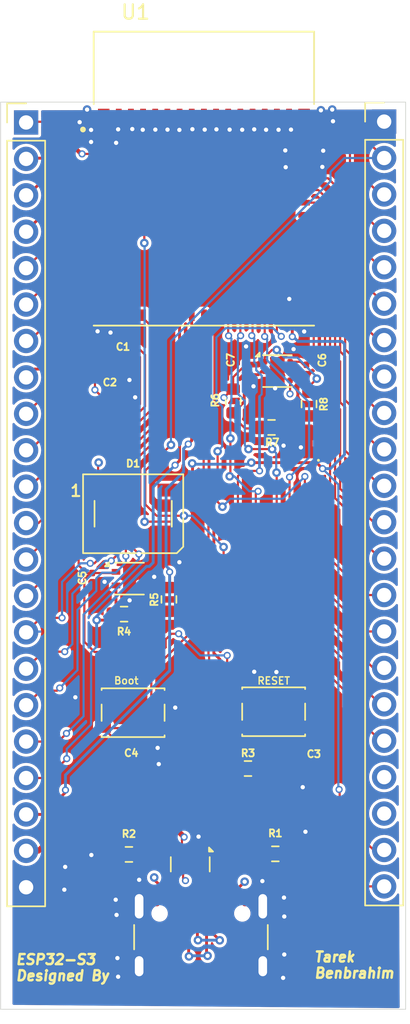
<source format=kicad_pcb>
(kicad_pcb (version 20240108) (generator "pcbnew") (generator_version "8.0")
  (layers (0 "F.Cu" signal) (1 "In1.Cu" signal) (2 "In2.Cu" signal) (31 "B.Cu" signal) (34 "B.Paste" user) (35 "F.Paste" user) (36 "B.SilkS" user "B.Silkscreen") (37 "F.SilkS" user "F.Silkscreen") (38 "B.Mask" user) (39 "F.Mask" user) (44 "Edge.Cuts" user))
  (net 0 "")
  (net 1 "GND")
  (net 2 "/3V3")
  (net 3 "/ESP32_enable")
  (net 4 "/GPIO0")
  (net 5 "/5VUSB")
  (net 7 "/GPIO48")
  (net 8 "Net-(D2-A)")
  (net 9 "/USB_P")
  (net 10 "/USB_N")
  (net 11 "Net-(J1-CC1)")
  (net 13 "Net-(J1-CC2)")
  (net 15 "/I2C_CLK")
  (net 16 "/I2C_SDA")
  (net 17 "Net-(U3-FB)")
  (net 18 "/GPIO40")
  (net 19 "/RXD")
  (net 20 "/GPIO11")
  (net 21 "/GPIO8")
  (net 22 "/GPIO35")
  (net 23 "/GPIO26")
  (net 24 "/GPIO3")
  (net 25 "/GPIO21")
  (net 26 "/GPIO12")
  (net 27 "/GPIO16")
  (net 28 "/TXD")
  (net 29 "/GPIO39")
  (net 30 "/GPIO9")
  (net 31 "/GPIO38")
  (net 32 "/GPIO41")
  (net 33 "/GPIO36")
  (net 34 "/GPIO13")
  (net 35 "/GPIO10")
  (net 36 "/GPIO2")
  (net 37 "/GPIO46")
  (net 38 "/GPIO1")
  (net 39 "/GPIO4")
  (net 40 "/GPIO47")
  (net 41 "/GPIO37")
  (net 42 "/GPIO33")
  (net 43 "/GPIO42")
  (net 44 "/GPIO14")
  (net 45 "/GPIO34")
  (net 46 "/GPIO6")
  (net 47 "/GPIO15")
  (net 48 "/GPIO5")
  (net 49 "/GPIO45")
  (net 50 "/GPIO7")
  (footprint "Capacitor_SMD:C_0201_0603Metric" (layer "F.Cu") (at 513.3375 116.96 90)
    (property "Reference" "C6")
    (property "Value" "10uf" (hide yes))
  )
  (footprint "Resistor_SMD:R_0603_1608Metric" (layer "F.Cu") (at 508.2175 119.805 90)
    (property "Reference" "R6")
    (property "Value" "200K" (hide yes))
  )
  (footprint "Package_SON:WSON-6-1EP_2x2mm_P0.65mm_EP1x1.6mm" (layer "F.Cu") (at 511.31 117.72)
    (property "Reference" "U3" (hide yes))
    (property "Value" "TLV75801PDRV" (hide yes))
  )
  (footprint "Capacitor_SMD:C_0201_0603Metric" (layer "F.Cu") (at 513.9 145.34)
    (property "Reference" "C3")
    (property "Value" "0.1uf" (hide yes))
  )
  (footprint "Resistor_SMD:R_0603_1608Metric" (layer "F.Cu") (at 500.595 134.67 180)
    (property "Reference" "R4")
    (property "Value" "10K" (hide yes))
  )
  (footprint "Resistor_SMD:R_0603_1608Metric" (layer "F.Cu") (at 500.935 151.43)
    (property "Reference" "R2")
    (property "Value" "5.1K" (hide yes))
  )
  (footprint "Connector_PinHeader_2.54mm:PinHeader_1x22_P2.54mm_Vertical" (layer "F.Cu") (at 518.77 100.32)
    (property "Reference" "J5" (hide yes))
    (property "Value" "~")
  )
  (footprint "Package_DFN_QFN:AMS_QFN-4-1EP_2x2mm_P0.95mm_EP0.7x1.6mm" (layer "F.Cu") (at 500.98 132.195)
    (property "Reference" "U4" (hide yes))
    (property "Value" "ENS210" (hide yes))
  )
  (footprint "Connector_USB:USB_C_Receptacle_GCT_USB4105-xx-A_16P_TopMnt_Horizontal" (layer "F.Cu") (at 505.968 158.151)
    (property "Reference" "J1" (hide yes))
    (property "Value" "USB_C_Receptacle_USB2.0_16P" (hide yes))
  )
  (footprint "Resistor_SMD:R_0603_1608Metric" (layer "F.Cu") (at 503.73 133.645 90)
    (property "Reference" "R5")
    (property "Value" "10K" (hide yes))
  )
  (footprint "Resistor_SMD:R_0603_1608Metric" (layer "F.Cu") (at 509.255 145.44)
    (property "Reference" "R3")
    (property "Value" "10K" (hide yes))
  )
  (footprint "Resistor_SMD:R_0603_1608Metric" (layer "F.Cu") (at 511.165 151.39)
    (property "Reference" "R1")
    (property "Value" "5.1K" (hide yes))
  )
  (footprint "Diode_SMD:D_0201_0603Metric" (layer "F.Cu") (at 514.1775 123.08 90)
    (property "Reference" "D2" (hide yes))
    (property "Value" "LED" (hide yes))
  )
  (footprint "LED_SMD:LED_WS2812B_PLCC4_5.0x5.0mm_P3.2mm" (layer "F.Cu") (at 501.23 127.67)
    (property "Reference" "D1")
    (property "Value" "WS2812B" (hide yes))
  )
  (footprint "Capacitor_SMD:C_0201_0603Metric" (layer "F.Cu") (at 498.37 132.125 -90)
    (property "Reference" "C5")
    (property "Value" "0.1uf" (hide yes))
  )
  (footprint "Resistor_SMD:R_0603_1608Metric" (layer "F.Cu") (at 513.52 120.02 -90)
    (property "Reference" "R8")
    (property "Value" "5.1K" (hide yes))
  )
  (footprint "espmini:XCVR_ESP32-S3-MINI-1-N8" (layer "F.Cu") (at 506.173 106.822)
    (property "Reference" "U1")
    (property "Value" "ESP32-S3-MINI-1-N8" (hide yes))
  )
  (footprint "Capacitor_SMD:C_0201_0603Metric" (layer "F.Cu") (at 499.605 119.56)
    (property "Reference" "C2")
    (property "Value" "10uf" (hide yes))
  )
  (footprint "Capacitor_SMD:C_0201_0603Metric" (layer "F.Cu") (at 500.475 117.01)
    (property "Reference" "C1")
    (property "Value" "0.1uf" (hide yes))
  )
  (footprint "Button_Switch_SMD:SW_SPST_PTS810" (layer "F.Cu") (at 511.048 141.478)
    (property "Reference" "RESET")
    (property "Value" "~")
  )
  (footprint "Capacitor_SMD:C_0201_0603Metric" (layer "F.Cu") (at 509.0975 116.945 90)
    (property "Reference" "C7")
    (property "Value" "10uf" (hide yes))
  )
  (footprint "Connector_PinHeader_2.54mm:PinHeader_1x22_P2.54mm_Vertical" (layer "F.Cu") (at 493.75 100.38)
    (property "Reference" "J4" (hide yes))
    (property "Value" "~")
  )
  (footprint "Capacitor_SMD:C_0201_0603Metric" (layer "F.Cu") (at 501.155 145.08)
    (property "Reference" "C4" (hide yes))
    (property "Value" "0.1uf" (hide yes))
  )
  (footprint "Button_Switch_SMD:SW_SPST_PTS810" (layer "F.Cu") (at 501.226 141.546)
    (property "Reference" "Boot1" (hide yes))
    (property "Value" "~" (hide yes))
  )
  (footprint "Resistor_SMD:R_0603_1608Metric" (layer "F.Cu") (at 510.9 121.65 180)
    (property "Reference" "R7")
    (property "Value" "1M" (hide yes))
  )
  (footprint "Package_DFN_QFN:Diodes_UDFN-10_1.0x2.5mm_P0.5mm" (layer "F.Cu") (at 505.22 152.12 -90)
    (property "Reference" "U2" (hide yes))
    (property "Value" "D3V3XA4B10LP" (hide yes))
  )
  (gr_line (start 520.27 98.96) (end 520.27 162.23) (stroke (width 0.05)) (layer "Edge.Cuts"))
  (gr_line (start 491.97 98.96) (end 520.27 98.96) (stroke (width 0.05)) (layer "Edge.Cuts"))
  (gr_line (start 491.97 98.96) (end 491.97 162.23) (stroke (width 0.05)) (layer "Edge.Cuts"))
  (gr_line (start 491.97 162.23) (end 520.27 162.23) (stroke (width 0.05)) (layer "Edge.Cuts"))
  (gr_text "ESP32-S3 \nDesigned By " (at 492.95 160.3 0) (layer "F.SilkS") (effects (font (size 0.7 0.7) (thickness 0.175) (bold yes) (italic yes)) (justify left bottom)))
  (gr_text "C4\n" (at 501.1 144.36 0) (layer "F.SilkS") (effects (font (size 0.5 0.5) (thickness 0.125))))
  (gr_text "Boot\n" (at 500.75 139.31 0) (layer "F.SilkS") (effects (font (size 0.5 0.5) (thickness 0.1) (bold yes))))
  (gr_text "Tarek\nBenbrahim " (at 513.81 160.12 0) (layer "F.SilkS") (effects (font (size 0.7 0.7) (thickness 0.175) (bold yes) (italic yes)) (justify left bottom)))
  (segment (start 511.74 121.665) (end 511.725 121.65) (width 0.2) (layer "F.Cu") (net 1))
  (segment (start 512.8875 116.19) (end 513.3375 116.64) (width 0.2) (layer "F.Cu") (net 1))
  (segment (start 502.97 145.08) (end 503.02 145.13) (width 0.2) (layer "F.Cu") (net 1))
  (segment (start 497.19 140.47) (end 499.15 140.47) (width 0.2) (layer "F.Cu") (net 1))
  (segment (start 511.85 138.71) (end 513.123 139.983) (width 0.2) (layer "F.Cu") (net 1))
  (segment (start 504.46 131.05) (end 504.46 130.1) (width 0.2) (layer "F.Cu") (net 1))
  (segment (start 513.123 139.983) (end 513.123 140.403) (width 0.2) (layer "F.Cu") (net 1))
  (segment (start 511.74 122.92) (end 511.74 121.665) (width 0.2) (layer "F.Cu") (net 1))
  (segment (start 512.44 116.19) (end 512.8875 116.19) (width 0.2) (layer "F.Cu") (net 1))
  (segment (start 505.22 152.5325) (end 505.22 151.77) (width 0.2) (layer "F.Cu") (net 1))
  (segment (start 511.24 138.71) (end 511.85 138.71) (width 0.2) (layer "F.Cu") (net 1))
  (segment (start 510.26 153.29) (end 510.26 153.379) (width 0.2) (layer "F.Cu") (net 1))
  (segment (start 501.65 153.2) (end 501.65 153.353) (width 0.2) (layer "F.Cu") (net 1))
  (segment (start 501.37 119.55) (end 499.935 119.55) (width 0.2) (layer "F.Cu") (net 1))
  (segment (start 499.935 119.55) (end 499.925 119.56) (width 0.2) (layer "F.Cu") (net 1))
  (segment (start 500.07 151.47) (end 500.11 151.43) (width 0.2) (layer "F.Cu") (net 1))
  (segment (start 505.22 151.77) (end 505.22 150.77) (width 0.2) (layer "F.Cu") (net 1))
  (segment (start 511.15 118.92) (end 511.15 117.88) (width 0.2) (layer "F.Cu") (net 1))
  (segment (start 503.451 140.471) (end 503.301 140.471) (width 0.2) (layer "F.Cu") (net 1))
  (segment (start 501.475 145.08) (end 502.97 145.08) (width 0.2) (layer "F.Cu") (net 1))
  (segment (start 500.97 117.185) (end 500.795 117.01) (width 0.2) (layer "F.Cu") (net 1))
  (segment (start 511.99 151.39) (end 511.99 151.13) (width 0.2) (layer "F.Cu") (net 1))
  (segment (start 511.15 117.88) (end 511.31 117.72) (width 0.2) (layer "F.Cu") (net 1))
  (segment (start 499.205402 132.445) (end 498.37 132.445) (width 0.2) (layer "F.Cu") (net 1))
  (segment (start 504.17 141.19) (end 503.451 140.471) (width 0.2) (layer "F.Cu") (net 1))
  (segment (start 510.05 118.37) (end 510.4225 118.37) (width 0.2) (layer "F.Cu") (net 1))
  (segment (start 505.22 150.77) (end 505.8 150.19) (width 0.2) (layer "F.Cu") (net 1))
  (segment (start 513.31 123.4) (end 514.1775 123.4) (width 0.2) (layer "F.Cu") (net 1))
  (segment (start 514.22 145.6) (end 514.22 145.34) (width 0.2) (layer "F.Cu") (net 1))
  (segment (start 509.12 116.6025) (end 509.0975 116.625) (width 0.2) (layer "F.Cu") (net 1))
  (segment (start 509.69 138.69) (end 508.973 139.407) (width 0.2) (layer "F.Cu") (net 1))
  (segment (start 499.15 140.47) (end 499.151 140.471) (width 0.2) (layer "F.Cu") (net 1))
  (segment (start 513.08 146.74) (end 514.22 145.6) (width 0.2) (layer "F.Cu") (net 1))
  (segment (start 498.31 151.47) (end 500.07 151.47) (width 0.2) (layer "F.Cu") (net 1))
  (segment (start 504.46 130.1) (end 503.68 129.32) (width 0.2) (layer "F.Cu") (net 1))
  (segment (start 502.35 131.72) (end 501.93 131.72) (width 0.2) (layer "F.Cu") (net 1))
  (segment (start 509.12 116) (end 509.12 116.6025) (width 0.2) (layer "F.Cu") (net 1))
  (segment (start 510.26 153.379) (end 509.168 154.471) (width 0.2) (layer "F.Cu") (net 1))
  (segment (start 512.95 123.04) (end 513.31 123.4) (width 0.2) (layer "F.Cu") (net 1))
  (segment (start 500.97 118.34) (end 500.97 117.185) (width 0.2) (layer "F.Cu") (net 1))
  (segment (start 511.99 151.13) (end 513.27 149.85) (width 0.2) (layer "F.Cu") (net 1))
  (segment (start 508.973 139.407) (end 508.973 140.403) (width 0.2) (layer "F.Cu") (net 1))
  (segment (start 501.65 153.353) (end 502.768 154.471) (width 0.2) (layer "F.Cu") (net 1))
  (segment (start 499.232746 132.417656) (end 499.205402 132.445) (width 0.2) (layer "F.Cu") (net 1))
  (segment (start 502.7 132.07) (end 502.35 131.72) (width 0.2) (layer "F.Cu") (net 1))
  (segment (start 509.64 118.78) (end 510.05 118.37) (width 0.2) (layer "F.Cu") (net 1))
  (segment (start 505.26 151.73) (end 505.22 151.77) (width 0.2) (layer "F.Cu") (net 1))
  (segment (start 500.98 133.71) (end 500.98 132.195) (width 0.2) (layer "F.Cu") (net 1))
  (via (at 512.26 100.88) (size 0.6) (drill 0.3) (layers "F.Cu" "B.Cu") (net 1))
  (via (at 515.194299 100.2958) (size 0.6) (drill 0.3) (layers "F.Cu" "B.Cu") (net 1))
  (via (at 504.46 131.05) (size 0.6) (drill 0.3) (layers "F.Cu" "B.Cu") (net 1))
  (via (at 511.39 100.89) (size 0.6) (drill 0.3) (layers "F.Cu" "B.Cu") (net 1))
  (via (at 500.18 100.86) (size 0.6) (drill 0.3) (layers "F.Cu" "B.Cu") (net 1))
  (via (at 510.52 100.89) (size 0.6) (drill 0.3) (layers "F.Cu" "B.Cu") (net 1))
  (via (at 498.01 99.48) (size 0.6) (drill 0.3) (layers "F.Cu" "B.Cu") (net 1))
  (via (at 511.77 154.44) (size 0.6) (drill 0.3) (layers "F.Cu" "B.Cu") (net 1))
  (via (at 501.65 153.2) (size 0.6) (drill 0.3) (layers "F.Cu" "B.Cu") (net 1))
  (via (at 501.9 100.89) (size 0.6) (drill 0.3) (layers "F.Cu" "B.Cu") (net 1))
  (via (at 502.94 144) (size 0.6) (drill 0.3) (layers "F.Cu" "B.Cu") (net 1))
  (via (at 509.64 118.78) (size 0.6) (drill 0.3) (layers "F.Cu" "B.Cu") (net 1))
  (via (at 498.31 151.47) (size 0.6) (drill 0.3) (layers "F.Cu" "B.Cu") (net 1))
  (via (at 514.45 103.48) (size 0.6) (drill 0.3) (layers "F.Cu" "B.Cu") (net 1))
  (via (at 511.79 155.76) (size 0.6) (drill 0.3) (layers "F.Cu" "B.Cu") (net 1))
  (via (at 512.14 112.69) (size 0.6) (drill 0.3) (layers "F.Cu" "B.Cu") (net 1))
  (via (at 500.13 158.66) (size 0.6) (drill 0.3) (layers "F.Cu" "B.Cu") (net 1))
  (via (at 511.74 122.92) (size 0.6) (drill 0.3) (layers "F.Cu" "B.Cu") (net 1))
  (via (at 496.42 153.89) (size 0.6) (drill 0.3) (layers "F.Cu" "B.Cu") (net 1))
  (via (at 514.51 102.35) (size 0.6) (drill 0.3) (layers "F.Cu" "B.Cu") (net 1))
  (via (at 511.71 160.04) (size 0.6) (drill 0.3) (layers "F.Cu" "B.Cu") (net 1))
  (via (at 503.02 145.13) (size 0.6) (drill 0.3) (layers "F.Cu" "B.Cu") (net 1))
  (via (at 498.29 100.9) (size 0.6) (drill 0.3) (layers "F.Cu" "B.Cu") (net 1))
  (via (at 511.79 158.41) (size 0.6) (drill 0.3) (layers "F.Cu" "B.Cu") (net 1))
  (via (at 503.63 100.88) (size 0.6) (drill 0.3) (layers "F.Cu" "B.Cu") (net 1))
  (via (at 511.86 102.33) (size 0.6) (drill 0.3) (layers "F.Cu" "B.Cu") (net 1))
  (via (at 498.29 101.74) (size 0.6) (drill 0.3) (layers "F.Cu" "B.Cu") (net 1))
  (via (at 500.97 118.34) (size 0.6) (drill 0.3) (layers "F.Cu" "B.Cu") (net 1))
  (via (at 511.24 138.71) (size 0.6) (drill 0.3) (layers "F.Cu" "B.Cu") (net 1))
  (via (at 507.97 100.88) (size 0.6) (drill 0.3) (layers "F.Cu" "B.Cu") (net 1))
  (via (at 513.18 114.96) (size 0.6) (drill 0.3) (layers "F.Cu" "B.Cu") (net 1))
  (via (at 509.69 100.86) (size 0.6) (drill 0.3) (layers "F.Cu" "B.Cu") (net 1))
  (via (at 500.18 159.96) (size 0.6) (drill 0.3) (layers "F.Cu" "B.Cu") (net 1))
  (via (at 499.6468 115.033189) (size 0.6) (drill 0.3) (layers "F.Cu" "B.Cu") (net 1))
  (via (at 496.48 152.3) (size 0.6) (drill 0.3) (layers "F.Cu" "B.Cu") (net 1))
  (via (at 504.17 141.19) (size 0.6) (drill 0.3) (layers "F.Cu" "B.Cu") (net 1))
  (via (at 500.98 133.71) (size 0.6) (drill 0.3) (layers "F.Cu" "B.Cu") (net 1))
  (via (at 500.07 155.65) (size 0.6) (drill 0.3) (layers "F.Cu" "B.Cu") (net 1))
  (via (at 505.37 100.85) (size 0.6) (drill 0.3) (layers "F.Cu" "B.Cu") (net 1))
  (via (at 511.89 103.5) (size 0.6) (drill 0.3) (layers "F.Cu" "B.Cu") (net 1))
  (via (at 502.78 100.88) (size 0.6) (drill 0.3) (layers "F.Cu" "B.Cu") (net 1))
  (via (at 500.04 101.8) (size 0.6) (drill 0.3) (layers "F.Cu" "B.Cu") (net 1))
  (via (at 513.08 146.74) (size 0.6) (drill 0.3) (layers "F.Cu" "B.Cu") (net 1))
  (via (at 510.26 153.29) (size 0.6) (drill 0.3) (layers "F.Cu" "B.Cu") (net 1))
  (via (at 501.17 100.84) (size 0.6) (drill 0.3) (layers "F.Cu" "B.Cu") (net 1))
  (via (at 514.35 99.53) (size 0.6) (drill 0.3) (layers "F.Cu" "B.Cu") (net 1))
  (via (at 515.14 99.48) (size 0.6) (drill 0.3) (layers "F.Cu" "B.Cu") (net 1))
  (via (at 499.232746 132.417656) (size 0.6) (drill 0.3) (layers "F.Cu" "B.Cu") (net 1))
  (via (at 498.743778 114.944446) (size 0.6) (drill 0.3) (layers "F.Cu" "B.Cu") (net 1))
  (via (at 506.23 100.88) (size 0.6) (drill 0.3) (layers "F.Cu" "B.Cu") (net 1))
  (via (at 497.49 100.36) (size 0.6) (drill 0.3) (layers "F.Cu" "B.Cu") (net 1))
  (via (at 507.05 100.86) (size 0.6) (drill 0.3) (layers "F.Cu" "B.Cu") (net 1))
  (via (at 504.46 100.9) (size 0.6) (drill 0.3) (layers "F.Cu" "B.Cu") (net 1))
  (via (at 512.95 123.04) (size 0.6) (drill 0.3) (layers "F.Cu" "B.Cu") (net 1))
  (via (at 512.44 116.19) (size 0.6) (drill 0.3) (layers "F.Cu" "B.Cu") (net 1))
  (via (at 497.19 140.47) (size 0.6) (drill 0.3) (layers "F.Cu" "B.Cu") (net 1))
  (via (at 511.15 118.92) (size 0.6) (drill 0.3) (layers "F.Cu" "B.Cu") (net 1))
  (via (at 500.01 154.59) (size 0.6) (drill 0.3) (layers "F.Cu" "B.Cu") (net 1))
  (via (at 501.37 119.55) (size 0.6) (drill 0.3) (layers "F.Cu" "B.Cu") (net 1))
  (via (at 513.27 149.85) (size 0.6) (drill 0.3) (layers "F.Cu" "B.Cu") (net 1))
  (via (at 509.12 116) (size 0.6) (drill 0.3) (layers "F.Cu" "B.Cu") (net 1))
  (via (at 508.85 100.89) (size 0.6) (drill 0.3) (layers "F.Cu" "B.Cu") (net 1))
  (via (at 509.69 138.69) (size 0.6) (drill 0.3) (layers "F.Cu" "B.Cu") (net 1))
  (via (at 505.8 150.19) (size 0.6) (drill 0.3) (layers "F.Cu" "B.Cu") (net 1))
  (via (at 502.7 132.07) (size 0.6) (drill 0.3) (layers "F.Cu" "B.Cu") (net 1))
  (segment (start 497.66 102.572) (end 499.173 102.572) (width 0.15) (layer "F.Cu") (net 2))
  (segment (start 498.53 137.31) (end 497.82 136.6) (width 0.1524) (layer "F.Cu") (net 2))
  (segment (start 497.82 132.230202) (end 498.245202 131.805) (width 0.1524) (layer "F.Cu") (net 2))
  (segment (start 511.26 116.24) (end 510.9376 116.24) (width 0.1524) (layer "F.Cu") (net 2))
  (segment (start 503.65 134.55) (end 503.73 134.47) (width 0.1524) (layer "F.Cu") (net 2))
  (segment (start 503.5 136.97) (end 503.51 136.98) (width 0.1524) (layer "F.Cu") (net 2))
  (segment (start 497.82 136.6) (end 497.82 132.230202) (width 0.1524) (layer "F.Cu") (net 2))
  (segment (start 503.9 136.04) (end 503.5 136.44) (width 0.15) (layer "F.Cu") (net 2))
  (segment (start 497.42 128.51) (end 497.42 131.27) (width 0.15) (layer "F.Cu") (net 2))
  (segment (start 508.2175 118.98) (end 508.2175 118.145) (width 0.1524) (layer "F.Cu") (net 2))
  (segment (start 501.73 134.67) (end 503.5 136.44) (width 0.1524) (layer "F.Cu") (net 2))
  (segment (start 498.56 117.99) (end 499.54 117.01) (width 0.15) (layer "F.Cu") (net 2))
  (segment (start 497.588 102.572) (end 495.346 100.33) (width 0.3) (layer "F.Cu") (net 2))
  (segment (start 498.78 124.14) (end 498.78 126.02) (width 0.15) (layer "F.Cu") (net 2))
  (segment (start 499.945 131.805) (end 500.03 131.72) (width 0.1524) (layer "F.Cu") (net 2))
  (segment (start 508.43 145.44) (end 507.8 144.81) (width 0.15) (layer "F.Cu") (net 2))
  (segment (start 499.54 117.01) (end 500.155 117.01) (width 0.15) (layer "F.Cu") (net 2))
  (segment (start 501.42 134.67) (end 501.73 134.67) (width 0.1524) (layer "F.Cu") (net 2))
  (segment (start 498.82 124.1) (end 498.78 124.14) (width 0.15) (layer "F.Cu") (net 2))
  (segment (start 510.9376 116.24) (end 510.4225 116.7551) (width 0.1524) (layer "F.Cu") (net 2))
  (segment (start 495.346 100.33) (end 493.8 100.33) (width 0.15) (layer "F.Cu") (net 2))
  (segment (start 513.52 118.793) (end 513.52 119.195) (width 0.1524) (layer "F.Cu") (net 2))
  (segment (start 509.976634 117.265) (end 510.171634 117.07) (width 0.4) (layer "F.Cu") (net 2))
  (segment (start 497.955 131.805) (end 498.37 131.805) (width 0.15) (layer "F.Cu") (net 2))
  (segment (start 498.78 127.15) (end 497.42 128.51) (width 0.15) (layer "F.Cu") (net 2))
  (segment (start 501.62 134.47) (end 501.42 134.67) (width 0.1524) (layer "F.Cu") (net 2))
  (segment (start 498.78 126.02) (end 498.78 127.15) (width 0.15) (layer "F.Cu") (net 2))
  (segment (start 508.163 118.98) (end 507.573 119.57) (width 0.1524) (layer "F.Cu") (net 2))
  (segment (start 504.41 136.04) (end 503.9 136.04) (width 0.15) (layer "F.Cu") (net 2))
  (segment (start 493.8 100.33) (end 493.75 100.38) (width 0.15) (layer "F.Cu") (net 2))
  (segment (start 514.063 118.25) (end 513.52 118.793) (width 0.1524) (layer "F.Cu") (net 2))
  (segment (start 507.8 144.81) (end 507.8 137.55) (width 0.15) (layer "F.Cu") (net 2))
  (segment (start 510.171634 117.07) (end 510.41 117.07) (width 0.4) (layer "F.Cu") (net 2))
  (segment (start 509.0975 117.265) (end 509.976634 117.265) (width 0.4) (layer "F.Cu") (net 2))
  (segment (start 498.245202 131.805) (end 498.37 131.805) (width 0.1524) (layer "F.Cu") (net 2))
  (segment (start 503.18 137.31) (end 498.53 137.31) (width 0.1524) (layer "F.Cu") (net 2))
  (segment (start 498.56 119.03) (end 498.56 117.99) (width 0.15) (layer "F.Cu") (net 2))
  (segment (start 503.5 136.44) (end 503.5 136.97) (width 0.1524) (layer "F.Cu") (net 2))
  (segment (start 510.4225 116.7551) (end 510.4225 117.07) (width 0.1524) (layer "F.Cu") (net 2))
  (segment (start 508.2175 118.98) (end 508.163 118.98) (width 0.1524) (layer "F.Cu") (net 2))
  (segment (start 499.09 119.56) (end 499.285 119.56) (width 0.1524) (layer "F.Cu") (net 2))
  (segment (start 503.51 136.98) (end 503.18 137.31) (width 0.1524) (layer "F.Cu") (net 2))
  (segment (start 498.56 119.03) (end 499.09 119.56) (width 0.1524) (layer "F.Cu") (net 2))
  (segment (start 497.42 131.27) (end 497.955 131.805) (width 0.15) (layer "F.Cu") (net 2))
  (segment (start 503.73 134.47) (end 501.62 134.47) (width 0.1524) (layer "F.Cu") (net 2))
  (segment (start 508.2175 118.145) (end 509.0975 117.265) (width 0.1524) (layer "F.Cu") (net 2))
  (segment (start 498.37 131.805) (end 499.945 131.805) (width 0.1524) (layer "F.Cu") (net 2))
  (segment (start 497.588 102.572) (end 497.66 102.572) (width 0.15) (layer "F.Cu") (net 2))
  (via (at 507.573 119.57) (size 0.5) (drill 0.3) (layers "F.Cu" "B.Cu") (net 2))
  (via (at 497.66 102.572) (size 0.5) (drill 0.3) (layers "F.Cu" "B.Cu") (net 2))
  (via (at 514.063 118.25) (size 0.6) (drill 0.3) (layers "F.Cu" "B.Cu") (net 2))
  (via (at 511.26 116.24) (size 0.6) (drill 0.3) (layers "F.Cu" "B.Cu") (net 2))
  (via (at 507.8 137.55) (size 0.5) (drill 0.3) (layers "F.Cu" "B.Cu") (net 2))
  (via (at 498.56 119.03) (size 0.5) (drill 0.3) (layers "F.Cu" "B.Cu") (net 2))
  (via (at 498.82 124.1) (size 0.6) (drill 0.3) (layers "F.Cu" "B.Cu") (net 2))
  (via (at 504.41 136.04) (size 0.5) (drill 0.3) (layers "F.Cu" "B.Cu") (net 2))
  (segment (start 514.063 118.25) (end 514.063 118.133) (width 0.1524) (layer "B.Cu") (net 2))
  (segment (start 512.7012 116.7712) (end 511.7912 116.7712) (width 0.1524) (layer "B.Cu") (net 2))
  (segment (start 511.7912 116.7712) (end 511.26 116.24) (width 0.1524) (layer "B.Cu") (net 2))
  (segment (start 505.92 137.55) (end 504.41 136.04) (width 0.15) (layer "B.Cu") (net 2))
  (segment (start 507.8 137.55) (end 505.92 137.55) (width 0.15) (layer "B.Cu") (net 2))
  (segment (start 514.063 118.133) (end 512.7012 116.7712) (width 0.1524) (layer "B.Cu") (net 2))
  (segment (start 513.173 100.872) (end 516.782 100.872) (width 0.1524) (layer "F.Cu") (net 3))
  (segment (start 513.123 142.553) (end 510.783 142.553) (width 0.15) (layer "F.Cu") (net 3))
  (segment (start 502.08 127.02) (end 502.08 124.656672) (width 0.15) (layer "F.Cu") (net 3))
  (segment (start 510.783 142.553) (end 508.973 142.553) (width 0.1524) (layer "F.Cu") (net 3))
  (segment (start 513.57 145.34) (end 513.47 145.44) (width 0.1524) (layer "F.Cu") (net 3))
  (segment (start 513.58 145.34) (end 513.57 145.34) (width 0.1524) (layer "F.Cu") (net 3))
  (segment (start 502.08 124.656672) (end 503.87 122.866672) (width 0.15) (layer "F.Cu") (net 3))
  (segment (start 507.55 134.04) (end 507.55 129.99) (width 0.15) (layer "F.Cu") (net 3))
  (segment (start 510.665 137.155) (end 507.55 134.04) (width 0.15) (layer "F.Cu") (net 3))
  (segment (start 510.665 140.095) (end 510.665 137.155) (width 0.15) (layer "F.Cu") (net 3))
  (segment (start 510.08 145.44) (end 510.08 143.66) (width 0.1524) (layer "F.Cu") (net 3))
  (segment (start 513.57 145.34) (end 510.783 142.553) (width 0.1524) (layer "F.Cu") (net 3))
  (segment (start 503.87 122.866672) (end 503.87 122.867) (width 0.15) (layer "F.Cu") (net 3))
  (segment (start 502.87 127.81) (end 502.08 127.02) (width 0.15) (layer "F.Cu") (net 3))
  (segment (start 504.78 127.81) (end 502.87 127.81) (width 0.15) (layer "F.Cu") (net 3))
  (segment (start 503.87 122.867) (end 503.873 122.87) (width 0.15) (layer "F.Cu") (net 3))
  (segment (start 513.123 142.553) (end 510.665 140.095) (width 0.15) (layer "F.Cu") (net 3))
  (segment (start 510.08 143.66) (end 508.973 142.553) (width 0.1524) (layer "F.Cu") (net 3))
  (segment (start 516.782 100.872) (end 518.77 102.86) (width 0.1524) (layer "F.Cu") (net 3))
  (via (at 504.78 127.81) (size 0.6) (drill 0.3) (layers "F.Cu" "B.Cu") (net 3))
  (via (at 503.873 122.87) (size 0.6) (drill 0.3) (layers "F.Cu" "B.Cu") (net 3))
  (via (at 507.55 129.99) (size 0.6) (drill 0.3) (layers "F.Cu" "B.Cu") (net 3))
  (segment (start 503.873 115.627) (end 515.025 104.475) (width 0.15) (layer "B.Cu") (net 3))
  (segment (start 515.025 103.815) (end 515.98 102.86) (width 0.15) (layer "B.Cu") (net 3))
  (segment (start 507.55 129.99) (end 505.37 127.81) (width 0.15) (layer "B.Cu") (net 3))
  (segment (start 503.873 122.87) (end 503.873 115.627) (width 0.15) (layer "B.Cu") (net 3))
  (segment (start 505.37 127.81) (end 504.78 127.81) (width 0.15) (layer "B.Cu") (net 3))
  (segment (start 515.025 104.475) (end 515.025 103.815) (width 0.15) (layer "B.Cu") (net 3))
  (segment (start 515.98 102.86) (end 518.77 102.86) (width 0.15) (layer "B.Cu") (net 3))
  (segment (start 502.4998 138.69436) (end 505.04 136.15416) (width 0.1524) (layer "F.Cu") (net 4))
  (segment (start 495.769 102.87) (end 496.321 103.422) (width 0.1524) (layer "F.Cu") (net 4))
  (segment (start 502.01 105.9566) (end 499.4754 103.422) (width 0.1524) (layer "F.Cu") (net 4))
  (segment (start 505.04 129.139622) (end 504.120378 128.22) (width 0.1524) (layer "F.Cu") (net 4))
  (segment (start 504.120378 128.22) (end 502.16 128.22) (width 0.1524) (layer "F.Cu") (net 4))
  (segment (start 496.321 103.422) (end 499.173 103.422) (width 0.1524) (layer "F.Cu") (net 4))
  (segment (start 502.16 128.22) (end 502.04 128.22) (width 0.1524) (layer "F.Cu") (net 4))
  (segment (start 499.151 142.621) (end 503.301 142.621) (width 0.1524) (layer "F.Cu") (net 4))
  (segment (start 502.04 128.22) (end 502.03 128.23) (width 0.1524) (layer "F.Cu") (net 4))
  (segment (start 493.75 102.92) (end 493.8 102.87) (width 0.2) (layer "F.Cu") (net 4))
  (segment (start 505.04 136.15416) (end 505.04 129.139622) (width 0.1524) (layer "F.Cu") (net 4))
  (segment (start 502.4998 141.8198) (end 502.4998 138.69436) (width 0.1524) (layer "F.Cu") (net 4))
  (segment (start 499.4754 103.422) (end 499.173 103.422) (width 0.1524) (layer "F.Cu") (net 4))
  (segment (start 500.835 144.305) (end 499.151 142.621) (width 0.1524) (layer "F.Cu") (net 4))
  (segment (start 503.301 142.621) (end 502.4998 141.8198) (width 0.1524) (layer "F.Cu") (net 4))
  (segment (start 500.835 145.08) (end 500.835 144.305) (width 0.1524) (layer "F.Cu") (net 4))
  (segment (start 502.01 108.79) (end 502.01 105.9566) (width 0.1524) (layer "F.Cu") (net 4))
  (segment (start 493.8 102.87) (end 495.769 102.87) (width 0.2) (layer "F.Cu") (net 4))
  (via (at 502.03 128.23) (size 0.6) (drill 0.3) (layers "F.Cu" "B.Cu") (net 4))
  (via (at 502.01 108.79) (size 0.6) (drill 0.3) (layers "F.Cu" "B.Cu") (net 4))
  (segment (start 502.03 128.23) (end 502.03 108.81) (width 0.1524) (layer "B.Cu") (net 4))
  (segment (start 502.03 108.81) (end 502.01 108.79) (width 0.1524) (layer "B.Cu") (net 4))
  (segment (start 512.1975 119.3025) (end 512.19 119.31) (width 0.15) (layer "F.Cu") (net 5))
  (segment (start 503.568 154.055448) (end 503.568 154.471) (width 0.2) (layer "F.Cu") (net 5))
  (segment (start 508.368 153.98687) (end 508.368 154.471) (width 0.2) (layer "F.Cu") (net 5))
  (segment (start 504.72 151.7325) (end 504.64 151.6525) (width 0.15) (layer "F.Cu") (net 5))
  (segment (start 504.72 151.7325) (end 504.72 152.5075) (width 0.15) (layer "F.Cu") (net 5))
  (segment (start 502.7 153.187448) (end 503.568 154.055448) (width 0.2) (layer "F.Cu") (net 5))
  (segment (start 513.3375 117.28) (end 513.137501 117.28) (width 0.15) (layer "F.Cu") (net 5))
  (segment (start 512.29 118.37) (end 512.1975 118.37) (width 0.15) (layer "F.Cu") (net 5))
  (segment (start 504.64 151.6525) (end 504.64 150.37) (width 0.15) (layer "F.Cu") (net 5))
  (segment (start 496.82 148.975) (end 494.615 151.18) (width 0.38) (layer "F.Cu") (net 5))
  (segment (start 512.66 118) (end 512.29 118.37) (width 0.15) (layer "F.Cu") (net 5))
  (segment (start 504.885666 153.256516) (end 504.72 153.09085) (width 0.15) (layer "F.Cu") (net 5))
  (segment (start 502.7 153.04) (end 502.7 153.187448) (width 0.2) (layer "F.Cu") (net 5))
  (segment (start 504.79 150.22) (end 503.545 148.975) (width 0.38) (layer "F.Cu") (net 5))
  (segment (start 512.927501 117.07) (end 512.1975 117.07) (width 0.15) (layer "F.Cu") (net 5))
  (segment (start 512.384999 117.07) (end 512.66 117.345001) (width 0.15) (layer "F.Cu") (net 5))
  (segment (start 503.545 148.975) (end 496.82 148.975) (width 0.38) (layer "F.Cu") (net 5))
  (segment (start 513.137501 117.28) (end 512.927501 117.07) (width 0.15) (layer "F.Cu") (net 5))
  (segment (start 512.1975 117.07) (end 512.384999 117.07) (width 0.15) (layer "F.Cu") (net 5))
  (segment (start 504.64 150.37) (end 504.79 150.22) (width 0.15) (layer "F.Cu") (net 5))
  (segment (start 512.1975 118.37) (end 512.1975 119.3025) (width 0.15) (layer "F.Cu") (net 5))
  (segment (start 512.66 117.345001) (end 512.66 118) (width 0.15) (layer "F.Cu") (net 5))
  (segment (start 504.72 153.09085) (end 504.72 152.5075) (width 0.15) (layer "F.Cu") (net 5))
  (segment (start 494.615 151.18) (end 493.75 151.18) (width 0.38) (layer "F.Cu") (net 5))
  (segment (start 509.022435 153.332435) (end 508.368 153.98687) (width 0.2) (layer "F.Cu") (net 5))
  (via (at 504.885666 153.256516) (size 0.5) (drill 0.3) (layers "F.Cu" "B.Cu") (net 5))
  (via (at 502.7 153.04) (size 0.6) (drill 0.3) (layers "F.Cu" "B.Cu") (net 5))
  (via (at 512.19 119.31) (size 0.5) (drill 0.3) (layers "F.Cu" "B.Cu") (net 5))
  (via (at 509.022435 153.332435) (size 0.6) (drill 0.3) (layers "F.Cu" "B.Cu") (net 5))
  (via (at 504.79 150.22) (size 0.5) (drill 0.3) (layers "F.Cu" "B.Cu") (net 5))
  (segment (start 514.04704 124.105) (end 514.4654 124.52336) (width 0.2) (layer "F.Cu") (net 7))
  (segment (start 512.35 114.049) (end 512.123 113.822) (width 0.2) (layer "F.Cu") (net 7))
  (segment (start 505.38 124.24) (end 505.45 124.17) (width 0.2) (layer "F.Cu") (net 7))
  (segment (start 512.35 115.32) (end 512.35 114.049) (width 0.2) (layer "F.Cu") (net 7))
  (segment (start 505.38 125.2) (end 505.38 124.24) (width 0.2) (layer "F.Cu") (net 7))
  (segment (start 505.44 124.16) (end 505.3538 124.16) (width 0.2) (layer "F.Cu") (net 7))
  (segment (start 509.485 124.105) (end 514.04704 124.105) (width 0.2) (layer "F.Cu") (net 7))
  (segment (start 515.62 146.9) (end 515.66 146.94) (width 0.15) (layer "F.Cu") (net 7))
  (segment (start 518.03 151.12) (end 518.77 151.12) (width 0.15) (layer "F.Cu") (net 7))
  (segment (start 515.66 148.75) (end 518.03 151.12) (width 0.15) (layer "F.Cu") (net 7))
  (segment (start 515.66 146.94) (end 515.66 148.75) (width 0.15) (layer "F.Cu") (net 7))
  (segment (start 504.56 126.02) (end 505.38 125.2) (width 0.2) (layer "F.Cu") (net 7))
  (segment (start 505.45 124.17) (end 505.44 124.16) (width 0.2) (layer "F.Cu") (net 7))
  (segment (start 503.68 126.02) (end 504.56 126.02) (width 0.2) (layer "F.Cu") (net 7))
  (via (at 515.62 146.9) (size 0.5) (drill 0.3) (layers "F.Cu" "B.Cu") (net 7))
  (via (at 509.485 124.105) (size 0.6) (drill 0.3) (layers "F.Cu" "B.Cu") (net 7))
  (via (at 514.4654 124.52336) (size 0.5) (drill 0.3) (layers "F.Cu" "B.Cu") (net 7))
  (via (at 512.35 115.32) (size 0.5) (drill 0.3) (layers "F.Cu" "B.Cu") (net 7))
  (via (at 505.3538 124.16) (size 0.6) (drill 0.3) (layers "F.Cu" "B.Cu") (net 7))
  (segment (start 515.57 146.895) (end 515.57 125.62796) (width 0.15) (layer "B.Cu") (net 7))
  (segment (start 505.3538 124.16) (end 505.4088 124.215) (width 0.2) (layer "B.Cu") (net 7))
  (segment (start 515.57 146.895) (end 515.615 146.895) (width 0.15) (layer "B.Cu") (net 7))
  (segment (start 509.595 124.215) (end 509.485 124.105) (width 0.2) (layer "B.Cu") (net 7))
  (segment (start 516 123.54) (end 515.01664 124.52336) (width 0.2) (layer "B.Cu") (net 7))
  (segment (start 515.615 146.895) (end 515.62 146.9) (width 0.15) (layer "B.Cu") (net 7))
  (segment (start 516 115.83) (end 516 123.54) (width 0.2) (layer "B.Cu") (net 7))
  (segment (start 509.62 124.215) (end 509.595 124.215) (width 0.2) (layer "B.Cu") (net 7))
  (segment (start 515.57 125.62796) (end 514.4654 124.52336) (width 0.15) (layer "B.Cu") (net 7))
  (segment (start 515.01664 124.52336) (end 514.4654 124.52336) (width 0.2) (layer "B.Cu") (net 7))
  (segment (start 512.748529 115.65) (end 515.82 115.65) (width 0.2) (layer "B.Cu") (net 7))
  (segment (start 515.82 115.65) (end 516 115.83) (width 0.2) (layer "B.Cu") (net 7))
  (segment (start 505.4088 124.215) (end 509.62 124.215) (width 0.2) (layer "B.Cu") (net 7))
  (segment (start 512.35 115.32) (end 512.418529 115.32) (width 0.2) (layer "B.Cu") (net 7))
  (segment (start 512.418529 115.32) (end 512.748529 115.65) (width 0.2) (layer "B.Cu") (net 7))
  (segment (start 514.1775 121.5025) (end 514.1775 122.76) (width 0.1524) (layer "F.Cu") (net 8))
  (segment (start 513.52 120.845) (end 514.1775 121.5025) (width 0.1524) (layer "F.Cu") (net 8))
  (segment (start 506.22 153.19) (end 506.22 152.5075) (width 0.2) (layer "F.Cu") (net 9))
  (segment (start 506.532096 114.662904) (end 507.023 114.172) (width 0.2) (layer "F.Cu") (net 9))
  (segment (start 506.718 153.688) (end 506.22 153.19) (width 0.2) (layer "F.Cu") (net 9))
  (segment (start 505.76 157.41) (end 505.718 157.368) (width 0.2) (layer "F.Cu") (net 9))
  (segment (start 506.22 152.5075) (end 506.22 151.7325) (width 0.2) (layer "F.Cu") (net 9))
  (segment (start 506.87 137.397818) (end 506.87 127.11033) (width 0.2) (layer "F.Cu") (net 9))
  (segment (start 506.718 154.471) (end 506.718 153.688) (width 0.2) (layer "F.Cu") (net 9))
  (segment (start 507.023 114.172) (end 507.023 113.822) (width 0.2) (layer "F.Cu") (net 9))
  (segment (start 506.532096 126.772426) (end 506.532096 114.662904) (width 0.2) (layer "F.Cu") (net 9))
  (segment (start 507.28 157.42) (end 506.76 156.9) (width 0.2) (layer "F.Cu") (net 9))
  (segment (start 505.718 157.368) (end 505.718 154.471) (width 0.2) (layer "F.Cu") (net 9))
  (segment (start 507.32 150.73) (end 506.5775 151.4725) (width 0.15) (layer "F.Cu") (net 9))
  (segment (start 507.29 137.817818) (end 506.87 137.397818) (width 0.2) (layer "F.Cu") (net 9))
  (segment (start 506.76 155.285786) (end 506.718 155.243786) (width 0.2) (layer "F.Cu") (net 9))
  (segment (start 506.76 156.9) (end 506.76 155.285786) (width 0.2) (layer "F.Cu") (net 9))
  (segment (start 506.5775 151.4725) (end 506.48 151.4725) (width 0.15) (layer "F.Cu") (net 9))
  (segment (start 507.29 150.7) (end 507.29 137.817818) (width 0.2) (layer "F.Cu") (net 9))
  (segment (start 506.87 127.11033) (end 506.532096 126.772426) (width 0.2) (layer "F.Cu") (net 9))
  (segment (start 506.48 151.4725) (end 506.22 151.7325) (width 0.15) (layer "F.Cu") (net 9))
  (segment (start 507.05 113.849) (end 507.023 113.822) (width 0.2) (layer "F.Cu") (net 9))
  (segment (start 506.718 155.243786) (end 506.718 154.471) (width 0.2) (layer "F.Cu") (net 9))
  (segment (start 507.32 150.73) (end 507.29 150.7) (width 0.2) (layer "F.Cu") (net 9))
  (via (at 507.28 157.42) (size 0.6) (drill 0.3) (layers "F.Cu" "B.Cu") (net 9))
  (via (at 505.76 157.41) (size 0.6) (drill 0.3) (layers "F.Cu" "B.Cu") (net 9))
  (segment (start 507.27 157.41) (end 505.76 157.41) (width 0.2) (layer "B.Cu") (net 9))
  (segment (start 507.28 157.42) (end 507.27 157.41) (width 0.2) (layer "B.Cu") (net 9))
  (segment (start 506.54 150.56) (end 506.54 137.599846) (width 0.1524) (layer "F.Cu") (net 10))
  (segment (start 505.218 154.471) (end 505.218 153.702) (width 0.2) (layer "F.Cu") (net 10))
  (segment (start 506.125 151.145) (end 505.82 151.145) (width 0.15) (layer "F.Cu") (net 10))
  (segment (start 506.56 150.58) (end 506.54 150.56) (width 0.1524) (layer "F.Cu") (net 10))
  (segment (start 505.745 153.175) (end 505.745 152.375) (width 0.2) (layer "F.Cu") (net 10))
  (segment (start 506.4 150.87) (end 506.125 151.145) (width 0.15) (layer "F.Cu") (net 10))
  (segment (start 505.72 152.5075) (end 505.72 151.7325) (width 0.15) (layer "F.Cu") (net 10))
  (segment (start 505.13 158.54) (end 505.11 158.52) (width 0.2) (layer "F.Cu") (net 10))
  (segment (start 506.43 158.5) (end 506.36 158.43) (width 0.2) (layer "F.Cu") (net 10))
  (segment (start 505.82 151.145) (end 505.72 151.245) (width 0.15) (layer "F.Cu") (net 10))
  (segment (start 506.218 155.309471) (end 506.218 154.471) (width 0.2) (layer "F.Cu") (net 10))
  (segment (start 506.56 150.58) (end 506.4 150.74) (width 0.15) (layer "F.Cu") (net 10))
  (segment (start 506.155896 126.928253) (end 506.155896 114.890897) (width 0.1524) (layer "F.Cu") (net 10))
  (segment (start 505.218 155.293471) (end 505.218 154.471) (width 0.2) (layer "F.Cu") (net 10))
  (segment (start 506.173 113.822) (end 506.173 114.422001) (width 0.2) (layer "F.Cu") (net 10))
  (segment (start 505.11 158.52) (end 505.11 155.401471) (width 0.2) (layer "F.Cu") (net 10))
  (segment (start 505.11 155.401471) (end 505.218 155.293471) (width 0.2) (layer "F.Cu") (net 10))
  (segment (start 506.155896 114.890897) (end 505.93 114.665001) (width 0.1524) (layer "F.Cu") (net 10))
  (segment (start 506.54 137.599846) (end 506.4938 137.553646) (width 0.1524) (layer "F.Cu") (net 10))
  (segment (start 506.4938 127.266157) (end 506.155896 126.928253) (width 0.1524) (layer "F.Cu") (net 10))
  (segment (start 506.173 114.422001) (end 505.93 114.665001) (width 0.2) (layer "F.Cu") (net 10))
  (segment (start 506.36 155.451471) (end 506.218 155.309471) (width 0.2) (layer "F.Cu") (net 10))
  (segment (start 506.4938 137.553646) (end 506.4938 127.266157) (width 0.1524) (layer "F.Cu") (net 10))
  (segment (start 506.36 158.43) (end 506.36 155.451471) (width 0.2) (layer "F.Cu") (net 10))
  (segment (start 505.218 153.702) (end 505.745 153.175) (width 0.2) (layer "F.Cu") (net 10))
  (segment (start 506.4 150.74) (end 506.4 150.87) (width 0.15) (layer "F.Cu") (net 10))
  (segment (start 505.72 151.245) (end 505.72 151.7325) (width 0.15) (layer "F.Cu") (net 10))
  (via (at 506.43 158.5) (size 0.6) (drill 0.3) (layers "F.Cu" "B.Cu") (net 10))
  (via (at 505.13 158.54) (size 0.6) (drill 0.3) (layers "F.Cu" "B.Cu") (net 10))
  (segment (start 506.43 158.5) (end 505.17 158.5) (width 0.2) (layer "B.Cu") (net 10))
  (segment (start 505.17 158.5) (end 505.13 158.54) (width 0.2) (layer "B.Cu") (net 10))
  (segment (start 504.718 153.838) (end 504.718 154.471) (width 0.1524) (layer "F.Cu") (net 11))
  (segment (start 501.76 151.43) (end 502.31 151.43) (width 0.1524) (layer "F.Cu") (net 11))
  (segment (start 502.31 151.43) (end 504.718 153.838) (width 0.1524) (layer "F.Cu") (net 11))
  (segment (start 510.34 151.39) (end 510.15 151.39) (width 0.1524) (layer "F.Cu") (net 13))
  (segment (start 510.15 151.39) (end 507.718 153.822) (width 0.1524) (layer "F.Cu") (net 13))
  (segment (start 507.718 153.822) (end 507.718 154.471) (width 0.1524) (layer "F.Cu") (net 13))
  (segment (start 500.03 132.67) (end 500.03 134.41) (width 0.2) (layer "F.Cu") (net 15))
  (segment (start 504.473 123.967) (end 504.473 113.822) (width 0.2) (layer "F.Cu") (net 15))
  (segment (start 495.24 146.1) (end 493.75 146.1) (width 0.1524) (layer "F.Cu") (net 15))
  (segment (start 496.59 144.75) (end 495.24 146.1) (width 0.1524) (layer "F.Cu") (net 15))
  (segment (start 499.35 135.09) (end 499.77 134.67) (width 0.2) (layer "F.Cu") (net 15))
  (segment (start 500.03 134.41) (end 499.77 134.67) (width 0.2) (layer "F.Cu") (net 15))
  (segment (start 504.16 124.28) (end 504.473 123.967) (width 0.2) (layer "F.Cu") (net 15))
  (segment (start 498.68 135.09) (end 499.35 135.09) (width 0.2) (layer "F.Cu") (net 15))
  (segment (start 499.77 134.67) (end 499.78 134.66) (width 0.1524) (layer "F.Cu") (net 15))
  (via (at 504.16 124.28) (size 0.5) (drill 0.3) (layers "F.Cu" "B.Cu") (net 15))
  (via (at 496.59 144.75) (size 0.5) (drill 0.3) (layers "F.Cu" "B.Cu") (net 15))
  (via (at 498.68 135.09) (size 0.6) (drill 0.3) (layers "F.Cu" "B.Cu") (net 15))
  (segment (start 498.68 135.09) (end 498.68 136.94) (width 0.2) (layer "B.Cu") (net 15))
  (segment (start 498.68 136.94) (end 498.66 136.96) (width 0.2) (layer "B.Cu") (net 15))
  (segment (start 502.63 131.071471) (end 502.63 125.81) (width 0.2) (layer "B.Cu") (net 15))
  (segment (start 498.29 137.33) (end 498.29 142.37) (width 0.1524) (layer "B.Cu") (net 15))
  (segment (start 498.29 137.33) (end 498.66 136.96) (width 0.1524) (layer "B.Cu") (net 15))
  (segment (start 502.63 125.81) (end 504.16 124.28) (width 0.2) (layer "B.Cu") (net 15))
  (segment (start 498.66 135.11) (end 498.68 135.09) (width 0.2) (layer "B.Cu") (net 15))
  (segment (start 496.59 144.07) (end 496.59 144.75) (width 0.1524) (layer "B.Cu") (net 15))
  (segment (start 502.158529 131.341471) (end 502.36 131.341471) (width 0.2) (layer "B.Cu") (net 15))
  (segment (start 498.66 135.11) (end 498.66 134.84) (width 0.2) (layer "B.Cu") (net 15))
  (segment (start 498.66 134.84) (end 502.158529 131.341471) (width 0.2) (layer "B.Cu") (net 15))
  (segment (start 502.36 131.341471) (end 502.63 131.071471) (width 0.2) (layer "B.Cu") (net 15))
  (segment (start 498.29 142.37) (end 496.59 144.07) (width 0.1524) (layer "B.Cu") (net 15))
  (segment (start 505.08 122.81) (end 505.323 122.567) (width 0.2) (layer "F.Cu") (net 16))
  (segment (start 503.78 131.73) (end 503.78 132.77) (width 0.2) (layer "F.Cu") (net 16))
  (segment (start 503.78 132.77) (end 503.73 132.82) (width 0.2) (layer "F.Cu") (net 16))
  (segment (start 505.323 122.567) (end 505.323 113.822) (width 0.2) (layer "F.Cu") (net 16))
  (segment (start 502.08 132.82) (end 503.73 132.82) (width 0.1524) (layer "F.Cu") (net 16))
  (segment (start 501.93 132.67) (end 502.08 132.82) (width 0.1524) (layer "F.Cu") (net 16))
  (segment (start 494.96 148.64) (end 493.75 148.64) (width 0.2) (layer "F.Cu") (net 16))
  (segment (start 496.5 147.1) (end 494.96 148.64) (width 0.2) (layer "F.Cu") (net 16))
  (segment (start 496.5 146.94) (end 496.5 147.1) (width 0.2) (layer "F.Cu") (net 16))
  (via (at 503.78 131.73) (size 0.5) (drill 0.3) (layers "F.Cu" "B.Cu") (net 16))
  (via (at 496.5 146.94) (size 0.5) (drill 0.3) (layers "F.Cu" "B.Cu") (net 16))
  (via (at 505.08 122.81) (size 0.5) (drill 0.3) (layers "F.Cu" "B.Cu") (net 16))
  (segment (start 503.53 125.97) (end 503.53 131.31) (width 0.2) (layer "B.Cu") (net 16))
  (segment (start 503.78 138.61) (end 503.78 131.73) (width 0.2) (layer "B.Cu") (net 16))
  (segment (start 496.5 145.89) (end 503.78 138.61) (width 0.2) (layer "B.Cu") (net 16))
  (segment (start 503.78 131.56) (end 503.78 131.73) (width 0.2) (layer "B.Cu") (net 16))
  (segment (start 504.7538 124.7462) (end 503.53 125.97) (width 0.2) (layer "B.Cu") (net 16))
  (segment (start 505.08 122.81) (end 504.7538 123.1362) (width 0.2) (layer "B.Cu") (net 16))
  (segment (start 503.53 131.31) (end 503.78 131.56) (width 0.2) (layer "B.Cu") (net 16))
  (segment (start 496.5 146.94) (end 496.5 145.89) (width 0.2) (layer "B.Cu") (net 16))
  (segment (start 504.7538 123.1362) (end 504.7538 124.7462) (width 0.2) (layer "B.Cu") (net 16))
  (segment (start 509.985001 117.97) (end 510.235001 117.72) (width 0.2) (layer "F.Cu") (net 17))
  (segment (start 509.985001 117.97) (end 509.601471 117.97) (width 0.2) (layer "F.Cu") (net 17))
  (segment (start 508.9925 118.578971) (end 508.9925 119.855) (width 0.2) (layer "F.Cu") (net 17))
  (segment (start 510.235001 117.72) (end 510.4225 117.72) (width 0.2) (layer "F.Cu") (net 17))
  (segment (start 508.9925 119.855) (end 508.2175 120.63) (width 0.2) (layer "F.Cu") (net 17))
  (segment (start 509.05 121.72) (end 508.2175 120.8875) (width 0.1524) (layer "F.Cu") (net 17))
  (segment (start 508.2175 120.8875) (end 508.2175 120.63) (width 0.1524) (layer "F.Cu") (net 17))
  (segment (start 510.075 121.65) (end 510.005 121.72) (width 0.1524) (layer "F.Cu") (net 17))
  (segment (start 509.601471 117.97) (end 508.9925 118.578971) (width 0.2) (layer "F.Cu") (net 17))
  (segment (start 510.005 121.72) (end 509.05 121.72) (width 0.1524) (layer "F.Cu") (net 17))
  (segment (start 518.77 120.64) (end 518.5 120.64) (width 0.1524) (layer "F.Cu") (net 18))
  (segment (start 518.5 120.64) (end 516.3988 118.5388) (width 0.1524) (layer "F.Cu") (net 18))
  (segment (start 515.6628 111.715595) (end 515.3416 111.394395) (width 0.1524) (layer "F.Cu") (net 18))
  (segment (start 515.3416 110.300075) (end 514.9892 109.947675) (width 0.1524) (layer "F.Cu") (net 18))
  (segment (start 516.3988 116.557169) (end 516.0464 116.204769) (width 0.1524) (layer "F.Cu") (net 18))
  (segment (start 514.552 108.522) (end 513.173 108.522) (width 0.1524) (layer "F.Cu") (net 18))
  (segment (start 516.3988 118.5388) (end 516.3988 116.557169) (width 0.1524) (layer "F.Cu") (net 18))
  (segment (start 515.6652 113.861938) (end 515.6652 112.665307) (width 0.1524) (layer "F.Cu") (net 18))
  (segment (start 515.6628 112.662907) (end 515.6628 111.715595) (width 0.1524) (layer "F.Cu") (net 18))
  (segment (start 515.3416 111.394395) (end 515.3416 110.300075) (width 0.1524) (layer "F.Cu") (net 18))
  (segment (start 516.0464 116.204769) (end 516.0464 114.243138) (width 0.1524) (layer "F.Cu") (net 18))
  (segment (start 514.9892 108.9592) (end 514.552 108.522) (width 0.1524) (layer "F.Cu") (net 18))
  (segment (start 516.0464 114.243138) (end 515.6652 113.861938) (width 0.1524) (layer "F.Cu") (net 18))
  (segment (start 514.9892 109.947675) (end 514.9892 108.9592) (width 0.1524) (layer "F.Cu") (net 18))
  (segment (start 515.6652 112.665307) (end 515.6628 112.662907) (width 0.1524) (layer "F.Cu") (net 18))
  (segment (start 513.205 105.09) (end 513.173 105.122) (width 0.1524) (layer "F.Cu") (net 19))
  (segment (start 516.3988 108.3788) (end 516.3988 107.322168) (width 0.1524) (layer "F.Cu") (net 19))
  (segment (start 516.3988 107.322168) (end 514.166632 105.09) (width 0.1524) (layer "F.Cu") (net 19))
  (segment (start 514.166632 105.09) (end 513.205 105.09) (width 0.1524) (layer "F.Cu") (net 19))
  (segment (start 518.77 110.48) (end 518.5 110.48) (width 0.1524) (layer "F.Cu") (net 19))
  (segment (start 518.5 110.48) (end 516.3988 108.3788) (width 0.1524) (layer "F.Cu") (net 19))
  (segment (start 497.387643 117.659095) (end 497.387643 126.532357) (width 0.1524) (layer "F.Cu") (net 20))
  (segment (start 498.4044 114.4356) (end 497.8972 114.9428) (width 0.1524) (layer "F.Cu") (net 20))
  (segment (start 498.6206 112.772) (end 498.4044 112.9882) (width 0.1524) (layer "F.Cu") (net 20))
  (segment (start 498.4044 112.9882) (end 498.4044 114.4356) (width 0.1524) (layer "F.Cu") (net 20))
  (segment (start 497.8972 114.9428) (end 497.8972 117.149538) (width 0.1524) (layer "F.Cu") (net 20))
  (segment (start 497.8972 117.149538) (end 497.387643 117.659095) (width 0.1524) (layer "F.Cu") (net 20))
  (segment (start 495.78 128.83) (end 493.75 130.86) (width 0.1524) (layer "F.Cu") (net 20))
  (segment (start 495.7912 128.1288) (end 495.7912 128.736488) (width 0.1524) (layer "F.Cu") (net 20))
  (segment (start 495.7912 128.736488) (end 495.78 128.747688) (width 0.1524) (layer "F.Cu") (net 20))
  (segment (start 497.387643 126.532357) (end 495.7912 128.1288) (width 0.1524) (layer "F.Cu") (net 20))
  (segment (start 499.173 112.772) (end 498.6206 112.772) (width 0.1524) (layer "F.Cu") (net 20))
  (segment (start 495.78 128.747688) (end 495.78 128.83) (width 0.1524) (layer "F.Cu") (net 20))
  (segment (start 494.02 123.24) (end 496.282843 120.977157) (width 0.1524) (layer "F.Cu") (net 21))
  (segment (start 496.282843 120.977157) (end 496.282843 117.157157) (width 0.1524) (layer "F.Cu") (net 21))
  (segment (start 496.282843 117.157157) (end 496.84 116.6) (width 0.1524) (layer "F.Cu") (net 21))
  (segment (start 497.3472 113.757907) (end 497.3472 110.5128) (width 0.1524) (layer "F.Cu") (net 21))
  (segment (start 498.881 109.93) (end 499.173 110.222) (width 0.1524) (layer "F.Cu") (net 21))
  (segment (start 493.75 123.24) (end 494.02 123.24) (width 0.1524) (layer "F.Cu") (net 21))
  (segment (start 497.3472 110.5128) (end 497.93 109.93) (width 0.1524) (layer "F.Cu") (net 21))
  (segment (start 497.93 109.93) (end 498.881 109.93) (width 0.1524) (layer "F.Cu") (net 21))
  (segment (start 496.84 116.6) (end 496.84 114.265107) (width 0.1524) (layer "F.Cu") (net 21))
  (segment (start 496.84 114.265107) (end 497.3472 113.757907) (width 0.1524) (layer "F.Cu") (net 21))
  (segment (start 513.173 112.772) (end 513.473 112.772) (width 0.15) (layer "F.Cu") (net 22))
  (segment (start 513.173 112.772) (end 513.281745 112.772) (width 0.15) (layer "F.Cu") (net 22))
  (segment (start 513.848 113.147) (end 513.848 117.21) (width 0.15) (layer "F.Cu") (net 22))
  (segment (start 514.638 120.6276) (end 514.9904 120.98) (width 0.15) (layer "F.Cu") (net 22))
  (segment (start 514.638 118) (end 514.638 120.6276) (width 0.15) (layer "F.Cu") (net 22))
  (segment (start 513.473 112.772) (end 513.848 113.147) (width 0.15) (layer "F.Cu") (net 22))
  (segment (start 514.9904 130.8154) (end 517.515 133.34) (width 0.15) (layer "F.Cu") (net 22))
  (segment (start 513.848 117.21) (end 514.638 118) (width 0.15) (layer "F.Cu") (net 22))
  (segment (start 517.515 133.34) (end 518.77 133.34) (width 0.15) (layer "F.Cu") (net 22))
  (segment (start 514.9904 120.98) (end 514.9904 130.8154) (width 0.15) (layer "F.Cu") (net 22))
  (segment (start 515.97 138.43) (end 518.5 140.96) (width 0.15) (layer "F.Cu") (net 23))
  (segment (start 508.723 113.822) (end 508.723 115.233) (width 0.15) (layer "F.Cu") (net 23))
  (segment (start 508.723 115.233) (end 508.74 115.25) (width 0.15) (layer "F.Cu") (net 23))
  (segment (start 518.5 140.96) (end 518.77 140.96) (width 0.15) (layer "F.Cu") (net 23))
  (segment (start 511.26 133.17) (end 515.97 137.88) (width 0.15) (layer "F.Cu") (net 23))
  (segment (start 511.25 124.8) (end 511.26 124.81) (width 0.15) (layer "F.Cu") (net 23))
  (segment (start 515.97 137.88) (end 515.97 138.43) (width 0.15) (layer "F.Cu") (net 23))
  (segment (start 509.29 123.16) (end 510.94 123.16) (width 0.15) (layer "F.Cu") (net 23))
  (segment (start 511.26 124.81) (end 511.26 133.17) (width 0.15) (layer "F.Cu") (net 23))
  (via (at 511.25 124.8) (size 0.6) (drill 0.3) (layers "F.Cu" "B.Cu") (net 23))
  (via (at 510.94 123.16) (size 0.6) (drill 0.3) (layers "F.Cu" "B.Cu") (net 23))
  (via (at 508.74 115.25) (size 0.5) (drill 0.3) (layers "F.Cu" "B.Cu") (net 23))
  (via (at 509.29 123.16) (size 0.6) (drill 0.3) (layers "F.Cu" "B.Cu") (net 23))
  (segment (start 508.545 119.304563) (end 508.545 115.445) (width 0.15) (layer "B.Cu") (net 23))
  (segment (start 508.545 115.445) (end 508.74 115.25) (width 0.15) (layer "B.Cu") (net 23))
  (segment (start 509.035 119.794563) (end 508.545 119.304563) (width 0.15) (layer "B.Cu") (net 23))
  (segment (start 511.25 124.8) (end 511.23 124.78) (width 0.15) (layer "B.Cu") (net 23))
  (segment (start 511.23 123.45) (end 510.94 123.16) (width 0.15) (layer "B.Cu") (net 23))
  (segment (start 511.23 124.78) (end 511.23 123.45) (width 0.15) (layer "B.Cu") (net 23))
  (segment (start 509.035 122.905) (end 509.035 119.794563) (width 0.15) (layer "B.Cu") (net 23))
  (segment (start 509.29 123.16) (end 509.035 122.905) (width 0.15) (layer "B.Cu") (net 23))
  (segment (start 496.698 105.622) (end 498.823 105.622) (width 0.1524) (layer "F.Cu") (net 24))
  (segment (start 495.815 106.505) (end 496.698 105.622) (width 0.1524) (layer "F.Cu") (net 24))
  (segment (start 498.823 105.622) (end 499.173 105.972) (width 0.1524) (layer "F.Cu") (net 24))
  (segment (start 493.75 110.54) (end 495.815 108.475) (width 0.1524) (layer "F.Cu") (net 24))
  (segment (start 495.815 108.475) (end 495.815 106.505) (width 0.1524) (layer "F.Cu") (net 24))
  (segment (start 509.8 133.8) (end 516.11 140.11) (width 0.15) (layer "F.Cu") (net 25))
  (segment (start 516.11 140.11) (end 516.11 141.11) (width 0.15) (layer "F.Cu") (net 25))
  (segment (start 509.8 126.26) (end 509.8 133.8) (width 0.15) (layer "F.Cu") (net 25))
  (segment (start 507.975 125.06) (end 508.025 125.01) (width 0.15) (layer "F.Cu") (net 25))
  (segment (start 508.025 125.01) (end 508.025 122.419193) (width 0.15) (layer "F.Cu") (net 25))
  (segment (start 518.5 143.5) (end 518.77 143.5) (width 0.15) (layer "F.Cu") (net 25))
  (segment (start 507.873 115.233) (end 507.9 115.26) (width 0.15) (layer "F.Cu") (net 25))
  (segment (start 507.873 113.822) (end 507.873 115.233) (width 0.15) (layer "F.Cu") (net 25))
  (segment (start 509.96 126.1) (end 509.8 126.26) (width 0.15) (layer "F.Cu") (net 25))
  (segment (start 516.11 141.11) (end 518.5 143.5) (width 0.15) (layer "F.Cu") (net 25))
  (via (at 509.96 126.1) (size 0.5) (drill 0.3) (layers "F.Cu" "B.Cu") (net 25))
  (via (at 508.025 122.419193) (size 0.6) (drill 0.3) (layers "F.Cu" "B.Cu") (net 25))
  (via (at 507.975 125.06) (size 0.6) (drill 0.3) (layers "F.Cu" "B.Cu") (net 25))
  (via (at 507.9 115.26) (size 0.5) (drill 0.3) (layers "F.Cu" "B.Cu") (net 25))
  (segment (start 508.025 119.995) (end 508.098 119.922) (width 0.15) (layer "B.Cu") (net 25))
  (segment (start 509.96 126.1) (end 509.34 126.1) (width 0.15) (layer "B.Cu") (net 25))
  (segment (start 508.025 122.419193) (end 508.025 119.995) (width 0.15) (layer "B.Cu") (net 25))
  (segment (start 508.098 119.922) (end 508.098 115.458) (width 0.15) (layer "B.Cu") (net 25))
  (segment (start 509.34 126.1) (end 508.32 125.08) (width 0.15) (layer "B.Cu") (net 25))
  (segment (start 508.098 115.458) (end 507.9 115.26) (width 0.15) (layer "B.Cu") (net 25))
  (segment (start 508.3 125.06) (end 507.975 125.06) (width 0.15) (layer "B.Cu") (net 25))
  (segment (start 508.32 125.08) (end 508.3 125.06) (width 0.15) (layer "B.Cu") (net 25))
  (segment (start 500.223 115.437043) (end 497.740043 117.92) (width 0.1524) (layer "F.Cu") (net 26))
  (segment (start 493.79 133.4) (end 493.75 133.4) (width 0.1524) (layer "F.Cu") (net 26))
  (segment (start 496.1324 131.0576) (end 493.79 133.4) (width 0.1524) (layer "F.Cu") (net 26))
  (segment (start 497.7538 117.933757) (end 497.7538 127.3062) (width 0.1524) (layer "F.Cu") (net 26))
  (segment (start 496.1324 128.9276) (end 496.1324 131.0576) (width 0.1524) (layer "F.Cu") (net 26))
  (segment (start 497.740043 117.92) (end 497.7538 117.933757) (width 0.1524) (layer "F.Cu") (net 26))
  (segment (start 500.223 113.822) (end 500.223 115.437043) (width 0.1524) (layer "F.Cu") (net 26))
  (segment (start 497.7538 127.3062) (end 496.1324 128.9276) (width 0.1524) (layer "F.Cu") (net 26))
  (segment (start 496.57 142.99) (end 496 143.56) (width 0.1524) (layer "F.Cu") (net 27))
  (segment (start 496 143.56) (end 493.75 143.56) (width 0.1524) (layer "F.Cu") (net 27))
  (segment (start 503.3 114.145) (end 503.3 122.03) (width 0.1524) (layer "F.Cu") (net 27))
  (segment (start 503.3 122.03) (end 501.27 124.06) (width 0.1524) (layer "F.Cu") (net 27))
  (segment (start 503.623 113.822) (end 503.3 114.145) (width 0.1524) (layer "F.Cu") (net 27))
  (segment (start 501.27 124.06) (end 501.27 130.12) (width 0.1524) (layer "F.Cu") (net 27))
  (segment (start 501.27 130.12) (end 501.63 130.48) (width 0.1524) (layer "F.Cu") (net 27))
  (via (at 501.63 130.48) (size 0.5) (drill 0.3) (layers "F.Cu" "B.Cu") (net 27))
  (via (at 496.57 142.99) (size 0.5) (drill 0.3) (layers "F.Cu" "B.Cu") (net 27))
  (segment (start 501.63 130.48) (end 501.63 130.835272) (width 0.1524) (layer "B.Cu") (net 27))
  (segment (start 501.63 130.835272) (end 497.7662 134.699072) (width 0.1524) (layer "B.Cu") (net 27))
  (segment (start 497.7662 141.7938) (end 496.57 142.99) (width 0.1524) (layer "B.Cu") (net 27))
  (segment (start 497.7662 134.699072) (end 497.7662 141.7938) (width 0.1524) (layer "B.Cu") (net 27))
  (segment (start 516.479471 109.94284) (end 516.0464 109.509769) (width 0.1524) (layer "F.Cu") (net 28))
  (segment (start 516.0464 109.509769) (end 516.0464 107.468136) (width 0.1524) (layer "F.Cu") (net 28))
  (segment (start 516.72 111.277688) (end 516.3988 110.956488) (width 0.1524) (layer "F.Cu") (net 28))
  (segment (start 516.3988 110.956488) (end 516.3988 110.023512) (width 0.1524) (layer "F.Cu") (net 28))
  (segment (start 516.0464 107.468136) (end 514.550264 105.972) (width 0.1524) (layer "F.Cu") (net 28))
  (segment (start 517.027688 111.277688) (end 516.72 111.277688) (width 0.1524) (layer "F.Cu") (net 28))
  (segment (start 518.77 113.02) (end 517.027688 111.277688) (width 0.1524) (layer "F.Cu") (net 28))
  (segment (start 516.3988 110.023512) (end 516.479471 109.94284) (width 0.1524) (layer "F.Cu") (net 28))
  (segment (start 514.550264 105.972) (end 513.173 105.972) (width 0.1524) (layer "F.Cu") (net 28))
  (segment (start 516.0464 119.7464) (end 516.0464 116.703138) (width 0.1524) (layer "F.Cu") (net 29))
  (segment (start 515.694 116.350738) (end 515.694 114.389107) (width 0.1524) (layer "F.Cu") (net 29))
  (segment (start 515.3128 112.811276) (end 515.3104 112.808876) (width 0.1524) (layer "F.Cu") (net 29))
  (segment (start 516.0464 116.703138) (end 515.694 116.350738) (width 0.1524) (layer "F.Cu") (net 29))
  (segment (start 515.3128 114.007907) (end 515.3128 112.811276) (width 0.1524) (layer "F.Cu") (net 29))
  (segment (start 514.9892 111.540364) (end 514.9892 110.446043) (width 0.1524) (layer "F.Cu") (net 29))
  (segment (start 515.3104 111.861564) (end 514.9892 111.540364) (width 0.1524) (layer "F.Cu") (net 29))
  (segment (start 516.3988 120.0988) (end 516.0464 119.7464) (width 0.1524) (layer "F.Cu") (net 29))
  (segment (start 515.694 114.389107) (end 515.3128 114.007907) (width 0.1524) (layer "F.Cu") (net 29))
  (segment (start 516.3988 121.0788) (end 516.3988 120.0988) (width 0.1524) (layer "F.Cu") (net 29))
  (segment (start 518.77 123.18) (end 518.5 123.18) (width 0.1524) (layer "F.Cu") (net 29))
  (segment (start 514.23 109.68) (end 513.922 109.372) (width 0.1524) (layer "F.Cu") (net 29))
  (segment (start 518.5 123.18) (end 516.3988 121.0788) (width 0.1524) (layer "F.Cu") (net 29))
  (segment (start 514.9892 110.446043) (end 514.23 109.686843) (width 0.1524) (layer "F.Cu") (net 29))
  (segment (start 514.23 109.686843) (end 514.23 109.68) (width 0.1524) (layer "F.Cu") (net 29))
  (segment (start 513.922 109.372) (end 513.173 109.372) (width 0.1524) (layer "F.Cu") (net 29))
  (segment (start 515.3104 112.808876) (end 515.3104 111.861564) (width 0.1524) (layer "F.Cu") (net 29))
  (segment (start 498.178 111.072) (end 497.6996 111.5504) (width 0.1524) (layer "F.Cu") (net 30))
  (segment (start 497.6996 113.903875) (end 497.1924 114.411075) (width 0.1524) (layer "F.Cu") (net 30))
  (segment (start 497.6996 111.5504) (end 497.6996 113.903875) (width 0.1524) (layer "F.Cu") (net 30))
  (segment (start 497.1924 114.411075) (end 497.1924 116.8576) (width 0.1524) (layer "F.Cu") (net 30))
  (segment (start 496.682843 123.117157) (end 494.02 125.78) (width 0.1524) (layer "F.Cu") (net 30))
  (segment (start 494.02 125.78) (end 493.75 125.78) (width 0.1524) (layer "F.Cu") (net 30))
  (segment (start 496.682843 117.367157) (end 496.682843 123.117157) (width 0.1524) (layer "F.Cu") (net 30))
  (segment (start 497.1924 116.8576) (end 496.682843 117.367157) (width 0.1524) (layer "F.Cu") (net 30))
  (segment (start 499.173 111.072) (end 498.178 111.072) (width 0.1524) (layer "F.Cu") (net 30))
  (segment (start 514.6368 110.6068) (end 514.6368 111.686333) (width 0.1524) (layer "F.Cu") (net 31))
  (segment (start 518.5 125.72) (end 518.77 125.72) (width 0.1524) (layer "F.Cu") (net 31))
  (segment (start 515.694 119.892369) (end 516.0464 120.244769) (width 0.1524) (layer "F.Cu") (net 31))
  (segment (start 516.0464 120.244769) (end 516.0464 123.2664) (width 0.1524) (layer "F.Cu") (net 31))
  (segment (start 515.3416 114.535076) (end 515.3416 116.6976) (width 0.1524) (layer "F.Cu") (net 31))
  (segment (start 514.252 110.222) (end 514.6368 110.6068) (width 0.1524) (layer "F.Cu") (net 31))
  (segment (start 516.0464 123.2664) (end 518.5 125.72) (width 0.1524) (layer "F.Cu") (net 31))
  (segment (start 514.9604 114.153876) (end 515.3416 114.535076) (width 0.1524) (layer "F.Cu") (net 31))
  (segment (start 515.3416 116.6976) (end 515.694 117.05) (width 0.1524) (layer "F.Cu") (net 31))
  (segment (start 514.958 112.007533) (end 514.958 112.954845) (width 0.1524) (layer "F.Cu") (net 31))
  (segment (start 514.958 112.954845) (end 514.9604 112.957245) (width 0.1524) (layer "F.Cu") (net 31))
  (segment (start 514.9604 112.957245) (end 514.9604 114.153876) (width 0.1524) (layer "F.Cu") (net 31))
  (segment (start 514.6368 111.686333) (end 514.958 112.007533) (width 0.1524) (layer "F.Cu") (net 31))
  (segment (start 515.694 117.05) (end 515.694 119.892369) (width 0.1524) (layer "F.Cu") (net 31))
  (segment (start 513.173 110.222) (end 514.252 110.222) (width 0.1524) (layer "F.Cu") (net 31))
  (segment (start 516.3988 114.097169) (end 516.0176 113.715969) (width 0.1524) (layer "F.Cu") (net 32))
  (segment (start 516.0176 113.715969) (end 516.0176 112.519338) (width 0.1524) (layer "F.Cu") (net 32))
  (segment (start 518.77 118.1) (end 518.44 118.1) (width 0.1524) (layer "F.Cu") (net 32))
  (segment (start 515.3416 109.801707) (end 515.3416 108.5116) (width 0.1524) (layer "F.Cu") (net 32))
  (segment (start 515.694 110.154107) (end 515.3416 109.801707) (width 0.1524) (layer "F.Cu") (net 32))
  (segment (start 518.44 118.1) (end 516.3988 116.0588) (width 0.1524) (layer "F.Cu") (net 32))
  (segment (start 515.694 111.248426) (end 515.694 110.154107) (width 0.1524) (layer "F.Cu") (net 32))
  (segment (start 516.0152 112.516938) (end 516.0152 111.569626) (width 0.1524) (layer "F.Cu") (net 32))
  (segment (start 515.3416 108.5116) (end 514.502 107.672) (width 0.1524) (layer "F.Cu") (net 32))
  (segment (start 514.502 107.672) (end 513.173 107.672) (width 0.1524) (layer "F.Cu") (net 32))
  (segment (start 516.3988 116.0588) (end 516.3988 114.097169) (width 0.1524) (layer "F.Cu") (net 32))
  (segment (start 516.0152 111.569626) (end 515.694 111.248426) (width 0.1524) (layer "F.Cu") (net 32))
  (segment (start 516.0176 112.519338) (end 516.0152 112.516938) (width 0.1524) (layer "F.Cu") (net 32))
  (segment (start 515.3416 126.584969) (end 515.99 127.233369) (width 0.1524) (layer "F.Cu") (net 33))
  (segment (start 515.99 128.29) (end 518.5 130.8) (width 0.1524) (layer "F.Cu") (net 33))
  (segment (start 514.6368 117.223569) (end 514.9892 117.575969) (width 0.1524) (layer "F.Cu") (net 33))
  (segment (start 514.6368 114.827014) (end 514.6368 117.223569) (width 0.1524) (layer "F.Cu") (net 33))
  (segment (start 514.9892 117.575969) (end 514.9892 120.184307) (width 0.1524) (layer "F.Cu") (net 33))
  (segment (start 515.99 127.233369) (end 515.99 128.29) (width 0.1524) (layer "F.Cu") (net 33))
  (segment (start 514.2532 112.4498) (end 514.2532 113.3076) (width 0.1524) (layer "F.Cu") (net 33))
  (segment (start 513.7254 111.922) (end 514.2532 112.4498) (width 0.1524) (layer "F.Cu") (net 33))
  (segment (start 515.3416 120.536707) (end 515.3416 126.584969) (width 0.1524) (layer "F.Cu") (net 33))
  (segment (start 518.5 130.8) (end 518.77 130.8) (width 0.1524) (layer "F.Cu") (net 33))
  (segment (start 513.173 111.922) (end 513.7254 111.922) (width 0.1524) (layer "F.Cu") (net 33))
  (segment (start 514.2556 113.31) (end 514.2556 114.445814) (width 0.1524) (layer "F.Cu") (net 33))
  (segment (start 514.2556 114.445814) (end 514.6368 114.827014) (width 0.1524) (layer "F.Cu") (net 33))
  (segment (start 514.9892 120.184307) (end 515.3416 120.536707) (width 0.1524) (layer "F.Cu") (net 33))
  (segment (start 499.8062 122.4338) (end 499.8062 129.8438) (width 0.1524) (layer "F.Cu") (net 34))
  (segment (start 502.06 120.18) (end 499.8062 122.4338) (width 0.1524) (layer "F.Cu") (net 34))
  (segment (start 501.073 115.593) (end 502.06 116.58) (width 0.1524) (layer "F.Cu") (net 34))
  (segment (start 502.06 116.58) (end 502.06 120.18) (width 0.1524) (layer "F.Cu") (net 34))
  (segment (start 499.8062 129.8438) (end 498.524112 131.125888) (width 0.1524) (layer "F.Cu") (net 34))
  (segment (start 498.524112 131.125888) (end 498.231903 131.125888) (width 0.1524) (layer "F.Cu") (net 34))
  (segment (start 494.76 134.93) (end 493.75 135.94) (width 0.1524) (layer "F.Cu") (net 34))
  (segment (start 496.26 134.93) (end 494.76 134.93) (width 0.1524) (layer "F.Cu") (net 34))
  (segment (start 501.073 113.822) (end 501.073 115.593) (width 0.1524) (layer "F.Cu") (net 34))
  (via (at 498.231903 131.125888) (size 0.5) (drill 0.3) (layers "F.Cu" "B.Cu") (net 34))
  (via (at 496.26 134.93) (size 0.5) (drill 0.3) (layers "F.Cu" "B.Cu") (net 34))
  (segment (start 494.75 135.89) (end 493.8 135.89) (width 0.1524) (layer "B.Cu") (net 34))
  (segment (start 497.554112 131.125888) (end 498.231903 131.125888) (width 0.1524) (layer "B.Cu") (net 34))
  (segment (start 496.26 134.93) (end 496.26 132.42) (width 0.1524) (layer "B.Cu") (net 34))
  (segment (start 493.8 135.89) (end 493.75 135.94) (width 0.1524) (layer "B.Cu") (net 34))
  (segment (start 496.26 132.42) (end 497.554112 131.125888) (width 0.1524) (layer "B.Cu") (net 34))
  (segment (start 498.052 114.049844) (end 497.86 114.241843) (width 0.1524) (layer "F.Cu") (net 35))
  (segment (start 497.5448 117.003569) (end 497.035243 117.513126) (width 0.1524) (layer "F.Cu") (net 35))
  (segment (start 497.5448 114.557043) (end 497.5448 117.003569) (width 0.1524) (layer "F.Cu") (net 35))
  (segment (start 498.823 111.922) (end 498.278 111.922) (width 0.1524) (layer "F.Cu") (net 35))
  (segment (start 497.86 114.241843) (end 497.5448 114.557043) (width 0.1524) (layer "F.Cu") (net 35))
  (segment (start 494.615 128.32) (end 493.75 128.32) (width 0.1524) (layer "F.Cu") (net 35))
  (segment (start 499.173 111.922) (end 498.823 111.922) (width 0.2) (layer "F.Cu") (net 35))
  (segment (start 498.278 111.922) (end 498.052 112.148) (width 0.1524) (layer "F.Cu") (net 35))
  (segment (start 497.035243 117.513126) (end 497.035243 125.899757) (width 0.1524) (layer "F.Cu") (net 35))
  (segment (start 498.052 112.148) (end 498.052 114.049844) (width 0.1524) (layer "F.Cu") (net 35))
  (segment (start 497.035243 125.899757) (end 494.615 128.32) (width 0.1524) (layer "F.Cu") (net 35))
  (segment (start 496.948 104.772) (end 498.823 104.772) (width 0.1524) (layer "F.Cu") (net 36))
  (segment (start 493.75 107.97) (end 494.665 107.055) (width 0.2) (layer "F.Cu") (net 36))
  (segment (start 493.75 108) (end 493.75 107.97) (width 0.2) (layer "F.Cu") (net 36))
  (segment (start 494.665 107.055) (end 496.948 104.772) (width 0.1524) (layer "F.Cu") (net 36))
  (segment (start 498.823 104.772) (end 499.173 105.122) (width 0.1524) (layer "F.Cu") (net 36))
  (segment (start 515.582 101.722) (end 513.173 101.722) (width 0.1524) (layer "F.Cu") (net 37))
  (segment (start 516.38 103.28) (end 516.38 102.52) (width 0.1524) (layer "F.Cu") (net 37))
  (segment (start 518.77 105.4) (end 518.5 105.4) (width 0.1524) (layer "F.Cu") (net 37))
  (segment (start 518.5 105.4) (end 516.38 103.28) (width 0.1524) (layer "F.Cu") (net 37))
  (segment (start 516.38 102.52) (end 515.582 101.722) (width 0.1524) (layer "F.Cu") (net 37))
  (segment (start 494.665 104.665) (end 495.39 103.94) (width 0.1524) (layer "F.Cu") (net 38))
  (segment (start 493.75 105.46) (end 493.87 105.46) (width 0.2) (layer "F.Cu") (net 38))
  (segment (start 495.39 103.94) (end 498.841 103.94) (width 0.1524) (layer "F.Cu") (net 38))
  (segment (start 493.87 105.46) (end 494.665 104.665) (width 0.2) (layer "F.Cu") (net 38))
  (segment (start 498.841 103.94) (end 499.173 104.272) (width 0.1524) (layer "F.Cu") (net 38))
  (segment (start 498.841 106.49) (end 499.173 106.822) (width 0.1524) (layer "F.Cu") (net 39))
  (segment (start 493.75 113.08) (end 495.89 110.94) (width 0.1524) (layer "F.Cu") (net 39))
  (segment (start 495.89 110.94) (end 495.89 109.830686) (width 0.1524) (layer "F.Cu") (net 39))
  (segment (start 495.89 109.830686) (end 496.215 109.505686) (width 0.1524) (layer "F.Cu") (net 39))
  (segment (start 496.215 109.505686) (end 496.215 106.965) (width 0.1524) (layer "F.Cu") (net 39))
  (segment (start 496.215 106.965) (end 496.69 106.49) (width 0.1524) (layer "F.Cu") (net 39))
  (segment (start 496.69 106.49) (end 498.841 106.49) (width 0.1524) (layer "F.Cu") (net 39))
  (segment (start 508.55 134.46) (end 512.615 138.525) (width 0.15) (layer "F.Cu") (net 40))
  (segment (start 513.198173 138.525) (end 514.76 140.086827) (width 0.15) (layer "F.Cu") (net 40))
  (segment (start 510.06 124.68) (end 508.91 124.68) (width 0.15) (layer "F.Cu") (net 40))
  (segment (start 509.573 115.197) (end 509.52 115.25) (width 0.15) (layer "F.Cu") (net 40))
  (segment (start 514.76 140.086827) (end 514.76 150.905) (width 0.15) (layer "F.Cu") (net 40))
  (segment (start 509.573 113.822) (end 509.573 115.197) (width 0.15) (layer "F.Cu") (net 40))
  (segment (start 508.55 125.04) (end 508.55 134.46) (width 0.15) (layer "F.Cu") (net 40))
  (segment (start 512.615 138.525) (end 513.198173 138.525) (width 0.15) (layer "F.Cu") (net 40))
  (segment (start 508.91 124.68) (end 508.55 125.04) (width 0.15) (layer "F.Cu") (net 40))
  (segment (start 514.76 150.905) (end 517.515 153.66) (width 0.15) (layer "F.Cu") (net 40))
  (segment (start 517.515 153.66) (end 518.77 153.66) (width 0.15) (layer "F.Cu") (net 40))
  (via (at 510.06 124.68) (size 0.5) (drill 0.3) (layers "F.Cu" "B.Cu") (net 40))
  (via (at 509.52 115.25) (size 0.5) (drill 0.3) (layers "F.Cu" "B.Cu") (net 40))
  (segment (start 509.83 117.246827) (end 509.695 117.111827) (width 0.15) (layer "B.Cu") (net 40))
  (segment (start 510.215 118.041827) (end 509.83 117.656827) (width 0.15) (layer "B.Cu") (net 40))
  (segment (start 509.695 115.425) (end 509.52 115.25) (width 0.15) (layer "B.Cu") (net 40))
  (segment (start 510.06 119.49) (end 510.215 119.335) (width 0.15) (layer "B.Cu") (net 40))
  (segment (start 509.695 117.111827) (end 509.695 115.425) (width 0.15) (layer "B.Cu") (net 40))
  (segment (start 510.06 124.68) (end 510.06 119.49) (width 0.1875) (layer "B.Cu") (net 40))
  (segment (start 509.83 117.656827) (end 509.83 117.246827) (width 0.15) (layer "B.Cu") (net 40))
  (segment (start 510.215 119.335) (end 510.215 118.041827) (width 0.15) (layer "B.Cu") (net 40))
  (segment (start 515.694 120.390738) (end 515.694 125.924) (width 0.1524) (layer "F.Cu") (net 41))
  (segment (start 518.03 128.26) (end 518.77 128.26) (width 0.1524) (layer "F.Cu") (net 41))
  (segment (start 513.173 111.072) (end 514.042 111.072) (width 0.1524) (layer "F.Cu") (net 41))
  (segment (start 514.608 114.299845) (end 514.9892 114.681045) (width 0.1524) (layer "F.Cu") (net 41))
  (segment (start 514.2844 111.832302) (end 514.6056 112.153502) (width 0.1524) (layer "F.Cu") (net 41))
  (segment (start 515.3416 117.43) (end 515.3416 120.038338) (width 0.1524) (layer "F.Cu") (net 41))
  (segment (start 514.9892 117.0776) (end 515.3416 117.43) (width 0.1524) (layer "F.Cu") (net 41))
  (segment (start 514.6056 113.100814) (end 514.608 113.103214) (width 0.1524) (layer "F.Cu") (net 41))
  (segment (start 514.608 113.103214) (end 514.608 114.299845) (width 0.1524) (layer "F.Cu") (net 41))
  (segment (start 514.2844 111.3144) (end 514.2844 111.832302) (width 0.1524) (layer "F.Cu") (net 41))
  (segment (start 514.9892 114.681045) (end 514.9892 117.0776) (width 0.1524) (layer "F.Cu") (net 41))
  (segment (start 515.694 125.924) (end 518.03 128.26) (width 0.1524) (layer "F.Cu") (net 41))
  (segment (start 514.042 111.072) (end 514.2844 111.3144) (width 0.1524) (layer "F.Cu") (net 41))
  (segment (start 514.6056 112.153502) (end 514.6056 113.100814) (width 0.1524) (layer "F.Cu") (net 41))
  (segment (start 515.3416 120.038338) (end 515.694 120.390738) (width 0.1524) (layer "F.Cu") (net 41))
  (segment (start 510.423 115.307) (end 510.42 115.31) (width 0.15) (layer "F.Cu") (net 42))
  (segment (start 512.16 125.11) (end 512.16 132.58) (width 0.15) (layer "F.Cu") (net 42))
  (segment (start 518 138.42) (end 518.77 138.42) (width 0.15) (layer "F.Cu") (net 42))
  (segment (start 510.423 113.822) (end 510.423 115.307) (width 0.15) (layer "F.Cu") (net 42))
  (segment (start 512.16 132.58) (end 518 138.42) (width 0.15) (layer "F.Cu") (net 42))
  (via (at 512.16 125.11) (size 0.5) (drill 0.3) (layers "F.Cu" "B.Cu") (net 42))
  (via (at 510.42 115.31) (size 0.5) (drill 0.3) (layers "F.Cu" "B.Cu") (net 42))
  (segment (start 513.525 119.902537) (end 510.595 116.972537) (width 0.15) (layer "B.Cu") (net 42))
  (segment (start 510.595 115.485) (end 510.42 115.31) (width 0.15) (layer "B.Cu") (net 42))
  (segment (start 513.525 123.745) (end 513.525 119.902537) (width 0.15) (layer "B.Cu") (net 42))
  (segment (start 510.595 116.972537) (end 510.595 115.485) (width 0.15) (layer "B.Cu") (net 42))
  (segment (start 512.16 125.11) (end 513.525 123.745) (width 0.15) (layer "B.Cu") (net 42))
  (segment (start 516.37 112.373369) (end 516.3676 112.370969) (width 0.1524) (layer "F.Cu") (net 43))
  (segment (start 514.622 106.822) (end 513.173 106.822) (width 0.1524) (layer "F.Cu") (net 43))
  (segment (start 516.3676 111.423657) (end 516.0464 111.102457) (width 0.1524) (layer "F.Cu") (net 43))
  (segment (start 518.77 115.56) (end 518.36 115.56) (width 0.1524) (layer "F.Cu") (net 43))
  (segment (start 515.694 107.894) (end 514.622 106.822) (width 0.1524) (layer "F.Cu") (net 43))
  (segment (start 518.36 115.56) (end 516.37 113.57) (width 0.1524) (layer "F.Cu") (net 43))
  (segment (start 516.3676 112.370969) (end 516.3676 111.423657) (width 0.1524) (layer "F.Cu") (net 43))
  (segment (start 516.0464 111.102457) (end 516.0464 110.008138) (width 0.1524) (layer "F.Cu") (net 43))
  (segment (start 516.37 113.57) (end 516.37 112.373369) (width 0.1524) (layer "F.Cu") (net 43))
  (segment (start 516.0464 110.008138) (end 515.694 109.655738) (width 0.1524) (layer "F.Cu") (net 43))
  (segment (start 515.694 109.655738) (end 515.694 107.894) (width 0.1524) (layer "F.Cu") (net 43))
  (segment (start 502.4124 114.5114) (end 502.4124 120.4976) (width 0.1524) (layer "F.Cu") (net 44))
  (segment (start 494.94 137.29) (end 493.75 138.48) (width 0.1524) (layer "F.Cu") (net 44))
  (segment (start 501.923 114.022) (end 502.4124 114.5114) (width 0.1524) (layer "F.Cu") (net 44))
  (segment (start 496.45 137.29) (end 494.94 137.29) (width 0.1524) (layer "F.Cu") (net 44))
  (segment (start 501.923 113.822) (end 501.923 114.022) (width 0.1524) (layer "F.Cu") (net 44))
  (segment (start 500.1586 130.4914) (end 499.7 130.95) (width 0.1524) (layer "F.Cu") (net 44))
  (segment (start 500.1586 122.7514) (end 500.1586 130.4914) (width 0.1524) (layer "F.Cu") (net 44))
  (segment (start 502.4124 120.4976) (end 500.1586 122.7514) (width 0.1524) (layer "F.Cu") (net 44))
  (via (at 499.7 130.95) (size 0.5) (drill 0.3) (layers "F.Cu" "B.Cu") (net 44))
  (via (at 496.45 137.29) (size 0.5) (drill 0.3) (layers "F.Cu" "B.Cu") (net 44))
  (segment (start 496.98 133.25) (end 499.28 130.95) (width 0.1524) (layer "B.Cu") (net 44))
  (segment (start 499.28 130.95) (end 499.7 130.95) (width 0.1524) (layer "B.Cu") (net 44))
  (segment (start 496.98 136.76) (end 496.98 133.25) (width 0.1524) (layer "B.Cu") (net 44))
  (segment (start 496.45 137.29) (end 496.98 136.76) (width 0.1524) (layer "B.Cu") (net 44))
  (segment (start 513.23 125.07) (end 513.23 131.595) (width 0.15) (layer "F.Cu") (net 45))
  (segment (start 507.47 127.18) (end 507.132096 126.842096) (width 0.15) (layer "F.Cu") (net 45))
  (segment (start 517.515 135.88) (end 518.77 135.88) (width 0.15) (layer "F.Cu") (net 45))
  (segment (start 507.132096 126.842096) (end 507.132096 123.312096) (width 0.15) (layer "F.Cu") (net 45))
  (segment (start 511.273 114.993) (end 511.273 113.822) (width 0.15) (layer "F.Cu") (net 45))
  (segment (start 511.58 115.3) (end 511.273 114.993) (width 0.15) (layer "F.Cu") (net 45))
  (segment (start 513.23 131.595) (end 517.515 135.88) (width 0.15) (layer "F.Cu") (net 45))
  (via (at 507.47 127.18) (size 0.6) (drill 0.3) (layers "F.Cu" "B.Cu") (net 45))
  (via (at 511.58 115.3) (size 0.5) (drill 0.3) (layers "F.Cu" "B.Cu") (net 45))
  (via (at 507.132096 123.312096) (size 0.6) (drill 0.3) (layers "F.Cu" "B.Cu") (net 45))
  (via (at 513.23 125.07) (size 0.5) (drill 0.3) (layers "F.Cu" "B.Cu") (net 45))
  (segment (start 511.675 126.625) (end 513.23 125.07) (width 0.15) (layer "B.Cu") (net 45))
  (segment (start 508.025 126.625) (end 511.675 126.625) (width 0.15) (layer "B.Cu") (net 45))
  (segment (start 507.45 120.189463) (end 507.048 119.787463) (width 0.15) (layer "B.Cu") (net 45))
  (segment (start 507.45 120.189463) (end 507.45 122.994192) (width 0.15) (layer "B.Cu") (net 45))
  (segment (start 507.47 127.18) (end 508.025 126.625) (width 0.15) (layer "B.Cu") (net 45))
  (segment (start 511.005 114.725) (end 511.58 115.3) (width 0.15) (layer "B.Cu") (net 45))
  (segment (start 507.692537 114.725) (end 511.005 114.725) (width 0.15) (layer "B.Cu") (net 45))
  (segment (start 507.45 122.994192) (end 507.132096 123.312096) (width 0.15) (layer "B.Cu") (net 45))
  (segment (start 507.048 119.787463) (end 507.048 115.369537) (width 0.15) (layer "B.Cu") (net 45))
  (segment (start 507.048 115.369537) (end 507.692537 114.725) (width 0.15) (layer "B.Cu") (net 45))
  (segment (start 497.015 109.837058) (end 497.015 108.585) (width 0.1524) (layer "F.Cu") (net 46))
  (segment (start 497.015 108.585) (end 497.36 108.24) (width 0.1524) (layer "F.Cu") (net 46))
  (segment (start 493.75 118.16) (end 494.330686 117.579314) (width 0.2) (layer "F.Cu") (net 46))
  (segment (start 494.665 117.579314) (end 495.95 116.294314) (width 0.1524) (layer "F.Cu") (net 46))
  (segment (start 494.330686 117.579314) (end 494.665 117.579314) (width 0.2) (layer "F.Cu") (net 46))
  (segment (start 497.36 108.24) (end 498.891 108.24) (width 0.1524) (layer "F.Cu") (net 46))
  (segment (start 498.891 108.24) (end 499.173 108.522) (width 0.1524) (layer "F.Cu") (net 46))
  (segment (start 496.6424 110.209658) (end 497.015 109.837058) (width 0.1524) (layer "F.Cu") (net 46))
  (segment (start 495.95 114.158369) (end 496.6424 113.465969) (width 0.1524) (layer "F.Cu") (net 46))
  (segment (start 495.95 116.294314) (end 495.95 114.158369) (width 0.1524) (layer "F.Cu") (net 46))
  (segment (start 496.6424 113.465969) (end 496.6424 110.209658) (width 0.1524) (layer "F.Cu") (net 46))
  (segment (start 500.72 123.48) (end 500.72 130.63) (width 0.1524) (layer "F.Cu") (net 47))
  (segment (start 502.773 113.822) (end 502.773 121.427) (width 0.1524) (layer "F.Cu") (net 47))
  (segment (start 494.76 140.01) (end 493.75 141.02) (width 0.1524) (layer "F.Cu") (net 47))
  (segment (start 496.1 139.82) (end 495.91 140.01) (width 0.1524) (layer "F.Cu") (net 47))
  (segment (start 502.773 121.427) (end 500.72 123.48) (width 0.1524) (layer "F.Cu") (net 47))
  (segment (start 495.91 140.01) (end 494.76 140.01) (width 0.1524) (layer "F.Cu") (net 47))
  (via (at 496.1 139.82) (size 0.5) (drill 0.3) (layers "F.Cu" "B.Cu") (net 47))
  (via (at 500.72 130.63) (size 0.5) (drill 0.3) (layers "F.Cu" "B.Cu") (net 47))
  (segment (start 500.72 130.63) (end 500.72 131.07) (width 0.1524) (layer "B.Cu") (net 47))
  (segment (start 500.72 131.07) (end 500.01 131.78) (width 0.1524) (layer "B.Cu") (net 47))
  (segment (start 497.34 134.37) (end 497.34 138.58) (width 0.1524) (layer "B.Cu") (net 47))
  (segment (start 498.656546 133.053454) (end 497.34 134.37) (width 0.1524) (layer "B.Cu") (net 47))
  (segment (start 497.34 138.58) (end 496.1 139.82) (width 0.1524) (layer "B.Cu") (net 47))
  (segment (start 500.01 131.78) (end 499.055532 131.78) (width 0.1524) (layer "B.Cu") (net 47))
  (segment (start 498.656546 132.178986) (end 498.656546 133.053454) (width 0.1524) (layer "B.Cu") (net 47))
  (segment (start 499.055532 131.78) (end 498.656546 132.178986) (width 0.1524) (layer "B.Cu") (net 47))
  (segment (start 498.831 107.33) (end 499.173 107.672) (width 0.1524) (layer "F.Cu") (net 48))
  (segment (start 496.615 109.671372) (end 496.615 107.735) (width 0.1524) (layer "F.Cu") (net 48))
  (segment (start 497.02 107.33) (end 498.831 107.33) (width 0.1524) (layer "F.Cu") (net 48))
  (segment (start 496.29 109.996372) (end 496.615 109.671372) (width 0.1524) (layer "F.Cu") (net 48))
  (segment (start 493.75 115.62) (end 493.99 115.62) (width 0.1524) (layer "F.Cu") (net 48))
  (segment (start 496.615 107.735) (end 497.02 107.33) (width 0.1524) (layer "F.Cu") (net 48))
  (segment (start 493.99 115.62) (end 496.29 113.32) (width 0.1524) (layer "F.Cu") (net 48))
  (segment (start 496.29 113.32) (end 496.29 109.996372) (width 0.1524) (layer "F.Cu") (net 48))
  (segment (start 514.852 104.272) (end 513.173 104.272) (width 0.1524) (layer "F.Cu") (net 49))
  (segment (start 518.5 107.94) (end 516.3988 105.8388) (width 0.1524) (layer "F.Cu") (net 49))
  (segment (start 518.77 107.94) (end 518.5 107.94) (width 0.1524) (layer "F.Cu") (net 49))
  (segment (start 516.3988 105.8388) (end 516.3988 105.8188) (width 0.1524) (layer "F.Cu") (net 49))
  (segment (start 516.3988 105.8188) (end 514.852 104.272) (width 0.1524) (layer "F.Cu") (net 49))
  (segment (start 498.861 109.06) (end 499.173 109.372) (width 0.1524) (layer "F.Cu") (net 50))
  (segment (start 495.815 118.635) (end 495.815 116.995) (width 0.1524) (layer "F.Cu") (net 50))
  (segment (start 496.48 116.33) (end 496.48 114.126738) (width 0.1524) (layer "F.Cu") (net 50))
  (segment (start 496.9948 113.611938) (end 496.9948 110.355626) (width 0.1524) (layer "F.Cu") (net 50))
  (segment (start 493.75 120.7) (end 495.815 118.635) (width 0.1524) (layer "F.Cu") (net 50))
  (segment (start 497.95 109.06) (end 498.861 109.06) (width 0.1524) (layer "F.Cu") (net 50))
  (segment (start 496.48 114.126738) (end 496.9948 113.611938) (width 0.1524) (layer "F.Cu") (net 50))
  (segment (start 497.3674 109.6426) (end 497.95 109.06) (width 0.1524) (layer "F.Cu") (net 50))
  (segment (start 496.9948 110.355626) (end 497.3674 109.983026) (width 0.1524) (layer "F.Cu") (net 50))
  (segment (start 495.815 116.995) (end 496.48 116.33) (width 0.1524) (layer "F.Cu") (net 50))
  (segment (start 497.3674 109.983026) (end 497.3674 109.6426) (width 0.1524) (layer "F.Cu") (net 50))
  (zone (net 1) (net_name "GND") (layers "F.Cu" "In1.Cu" "In2.Cu" "B.Cu") (connect_pads yes (clearance 0.1524)) (min_thickness 0.1524) (fill yes (thermal_gap 0.5) (thermal_bridge_width 0.5) (island_removal_mode 1) (island_area_min 10))
    (polygon (pts (xy 519.578164 99.475538) (xy 519.852734 161.92) (xy 519.852734 162.151494) (xy 492.8 161.922116) (xy 492.8 99.517308) (xy 493.46 99.53)))
  )
)
</source>
